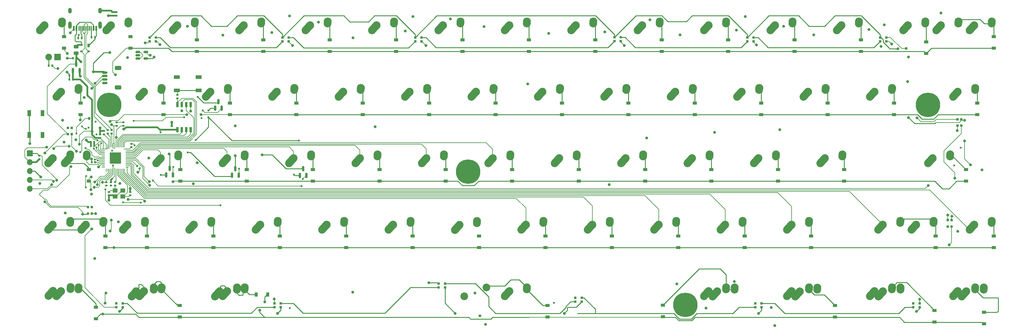
<source format=gbl>
%TF.GenerationSoftware,KiCad,Pcbnew,7.0.9-7.0.9~ubuntu22.04.1*%
%TF.CreationDate,2023-11-09T12:16:25-08:00*%
%TF.ProjectId,SST60,53535436-302e-46b6-9963-61645f706362,0.1*%
%TF.SameCoordinates,Original*%
%TF.FileFunction,Copper,L2,Bot*%
%TF.FilePolarity,Positive*%
%FSLAX46Y46*%
G04 Gerber Fmt 4.6, Leading zero omitted, Abs format (unit mm)*
G04 Created by KiCad (PCBNEW 7.0.9-7.0.9~ubuntu22.04.1) date 2023-11-09 12:16:25*
%MOMM*%
%LPD*%
G01*
G04 APERTURE LIST*
G04 Aperture macros list*
%AMRoundRect*
0 Rectangle with rounded corners*
0 $1 Rounding radius*
0 $2 $3 $4 $5 $6 $7 $8 $9 X,Y pos of 4 corners*
0 Add a 4 corners polygon primitive as box body*
4,1,4,$2,$3,$4,$5,$6,$7,$8,$9,$2,$3,0*
0 Add four circle primitives for the rounded corners*
1,1,$1+$1,$2,$3*
1,1,$1+$1,$4,$5*
1,1,$1+$1,$6,$7*
1,1,$1+$1,$8,$9*
0 Add four rect primitives between the rounded corners*
20,1,$1+$1,$2,$3,$4,$5,0*
20,1,$1+$1,$4,$5,$6,$7,0*
20,1,$1+$1,$6,$7,$8,$9,0*
20,1,$1+$1,$8,$9,$2,$3,0*%
%AMHorizOval*
0 Thick line with rounded ends*
0 $1 width*
0 $2 $3 position (X,Y) of the first rounded end (center of the circle)*
0 $4 $5 position (X,Y) of the second rounded end (center of the circle)*
0 Add line between two ends*
20,1,$1,$2,$3,$4,$5,0*
0 Add two circle primitives to create the rounded ends*
1,1,$1,$2,$3*
1,1,$1,$4,$5*%
G04 Aperture macros list end*
%TA.AperFunction,ComponentPad*%
%ADD10HorizOval,2.250000X0.655008X0.729993X-0.655008X-0.729993X0*%
%TD*%
%TA.AperFunction,ComponentPad*%
%ADD11C,2.250000*%
%TD*%
%TA.AperFunction,ComponentPad*%
%ADD12HorizOval,2.250000X0.020004X0.290000X-0.020004X-0.290000X0*%
%TD*%
%TA.AperFunction,ComponentPad*%
%ADD13HorizOval,2.250000X0.655001X0.730000X-0.655001X-0.730000X0*%
%TD*%
%TA.AperFunction,ComponentPad*%
%ADD14HorizOval,2.250000X0.020000X0.290000X-0.020000X-0.290000X0*%
%TD*%
%TA.AperFunction,ComponentPad*%
%ADD15C,2.200000*%
%TD*%
%TA.AperFunction,ComponentPad*%
%ADD16C,1.000000*%
%TD*%
%TA.AperFunction,ComponentPad*%
%ADD17C,7.001300*%
%TD*%
%TA.AperFunction,ComponentPad*%
%ADD18C,7.000240*%
%TD*%
%TA.AperFunction,ComponentPad*%
%ADD19C,1.905000*%
%TD*%
%TA.AperFunction,ComponentPad*%
%ADD20R,1.905000X1.905000*%
%TD*%
%TA.AperFunction,SMDPad,CuDef*%
%ADD21R,0.700000X1.000000*%
%TD*%
%TA.AperFunction,SMDPad,CuDef*%
%ADD22R,0.700000X0.600000*%
%TD*%
%TA.AperFunction,SMDPad,CuDef*%
%ADD23R,1.000000X1.700000*%
%TD*%
%TA.AperFunction,SMDPad,CuDef*%
%ADD24R,1.200000X0.900000*%
%TD*%
%TA.AperFunction,SMDPad,CuDef*%
%ADD25RoundRect,0.140000X-0.170000X0.140000X-0.170000X-0.140000X0.170000X-0.140000X0.170000X0.140000X0*%
%TD*%
%TA.AperFunction,SMDPad,CuDef*%
%ADD26RoundRect,0.175000X0.175000X0.175000X-0.175000X0.175000X-0.175000X-0.175000X0.175000X-0.175000X0*%
%TD*%
%TA.AperFunction,SMDPad,CuDef*%
%ADD27R,0.700000X0.700000*%
%TD*%
%TA.AperFunction,SMDPad,CuDef*%
%ADD28R,0.900000X1.200000*%
%TD*%
%TA.AperFunction,SMDPad,CuDef*%
%ADD29RoundRect,0.175000X-0.175000X-0.175000X0.175000X-0.175000X0.175000X0.175000X-0.175000X0.175000X0*%
%TD*%
%TA.AperFunction,SMDPad,CuDef*%
%ADD30RoundRect,0.140000X0.170000X-0.140000X0.170000X0.140000X-0.170000X0.140000X-0.170000X-0.140000X0*%
%TD*%
%TA.AperFunction,SMDPad,CuDef*%
%ADD31RoundRect,0.140000X0.140000X0.170000X-0.140000X0.170000X-0.140000X-0.170000X0.140000X-0.170000X0*%
%TD*%
%TA.AperFunction,SMDPad,CuDef*%
%ADD32RoundRect,0.150000X0.150000X-0.587500X0.150000X0.587500X-0.150000X0.587500X-0.150000X-0.587500X0*%
%TD*%
%TA.AperFunction,SMDPad,CuDef*%
%ADD33RoundRect,0.175000X-0.175000X0.175000X-0.175000X-0.175000X0.175000X-0.175000X0.175000X0.175000X0*%
%TD*%
%TA.AperFunction,SMDPad,CuDef*%
%ADD34RoundRect,0.135000X0.185000X-0.135000X0.185000X0.135000X-0.185000X0.135000X-0.185000X-0.135000X0*%
%TD*%
%TA.AperFunction,SMDPad,CuDef*%
%ADD35RoundRect,0.135000X0.135000X0.185000X-0.135000X0.185000X-0.135000X-0.185000X0.135000X-0.185000X0*%
%TD*%
%TA.AperFunction,SMDPad,CuDef*%
%ADD36R,0.600000X1.450000*%
%TD*%
%TA.AperFunction,SMDPad,CuDef*%
%ADD37R,0.300000X1.450000*%
%TD*%
%TA.AperFunction,ComponentPad*%
%ADD38O,1.000000X1.600000*%
%TD*%
%TA.AperFunction,ComponentPad*%
%ADD39O,1.000000X2.100000*%
%TD*%
%TA.AperFunction,SMDPad,CuDef*%
%ADD40RoundRect,0.050000X0.387500X0.050000X-0.387500X0.050000X-0.387500X-0.050000X0.387500X-0.050000X0*%
%TD*%
%TA.AperFunction,SMDPad,CuDef*%
%ADD41RoundRect,0.050000X0.050000X0.387500X-0.050000X0.387500X-0.050000X-0.387500X0.050000X-0.387500X0*%
%TD*%
%TA.AperFunction,ComponentPad*%
%ADD42C,0.600000*%
%TD*%
%TA.AperFunction,SMDPad,CuDef*%
%ADD43RoundRect,0.144000X1.456000X1.456000X-1.456000X1.456000X-1.456000X-1.456000X1.456000X-1.456000X0*%
%TD*%
%TA.AperFunction,ComponentPad*%
%ADD44R,1.700000X1.700000*%
%TD*%
%TA.AperFunction,ComponentPad*%
%ADD45O,1.700000X1.700000*%
%TD*%
%TA.AperFunction,SMDPad,CuDef*%
%ADD46RoundRect,0.135000X-0.185000X0.135000X-0.185000X-0.135000X0.185000X-0.135000X0.185000X0.135000X0*%
%TD*%
%TA.AperFunction,SMDPad,CuDef*%
%ADD47R,1.700000X1.000000*%
%TD*%
%TA.AperFunction,SMDPad,CuDef*%
%ADD48RoundRect,0.150000X-0.625000X0.150000X-0.625000X-0.150000X0.625000X-0.150000X0.625000X0.150000X0*%
%TD*%
%TA.AperFunction,SMDPad,CuDef*%
%ADD49RoundRect,0.250000X-0.650000X0.350000X-0.650000X-0.350000X0.650000X-0.350000X0.650000X0.350000X0*%
%TD*%
%TA.AperFunction,SMDPad,CuDef*%
%ADD50RoundRect,0.135000X-0.135000X-0.185000X0.135000X-0.185000X0.135000X0.185000X-0.135000X0.185000X0*%
%TD*%
%TA.AperFunction,SMDPad,CuDef*%
%ADD51RoundRect,0.175000X0.175000X-0.175000X0.175000X0.175000X-0.175000X0.175000X-0.175000X-0.175000X0*%
%TD*%
%TA.AperFunction,SMDPad,CuDef*%
%ADD52R,1.400000X1.200000*%
%TD*%
%TA.AperFunction,SMDPad,CuDef*%
%ADD53RoundRect,0.150000X-0.512500X-0.150000X0.512500X-0.150000X0.512500X0.150000X-0.512500X0.150000X0*%
%TD*%
%TA.AperFunction,SMDPad,CuDef*%
%ADD54RoundRect,0.150000X-0.150000X0.650000X-0.150000X-0.650000X0.150000X-0.650000X0.150000X0.650000X0*%
%TD*%
%TA.AperFunction,SMDPad,CuDef*%
%ADD55RoundRect,0.243750X-0.456250X0.243750X-0.456250X-0.243750X0.456250X-0.243750X0.456250X0.243750X0*%
%TD*%
%TA.AperFunction,SMDPad,CuDef*%
%ADD56RoundRect,0.140000X-0.219203X-0.021213X-0.021213X-0.219203X0.219203X0.021213X0.021213X0.219203X0*%
%TD*%
%TA.AperFunction,ViaPad*%
%ADD57C,0.800000*%
%TD*%
%TA.AperFunction,ViaPad*%
%ADD58C,0.600000*%
%TD*%
%TA.AperFunction,Conductor*%
%ADD59C,0.250000*%
%TD*%
%TA.AperFunction,Conductor*%
%ADD60C,0.200000*%
%TD*%
%TA.AperFunction,Conductor*%
%ADD61C,0.500000*%
%TD*%
G04 APERTURE END LIST*
D10*
%TO.P,1.25U,1,COL*%
%TO.N,col14*%
X302545008Y-122160007D03*
D11*
X303200000Y-121430000D03*
D12*
%TO.P,1.25U,2,ROW*%
%TO.N,Net-(D68-Pad2)*%
X308220004Y-120640000D03*
D11*
X308240000Y-120350000D03*
%TD*%
D10*
%TO.P,1.25U,1,COL*%
%TO.N,col12*%
X278645008Y-122160007D03*
D11*
X279300000Y-121430000D03*
D12*
%TO.P,1.25U,2,ROW*%
%TO.N,Net-(D62-Pad2)*%
X284320004Y-120640000D03*
D11*
X284340000Y-120350000D03*
%TD*%
D10*
%TO.P,1.25U,1,COL*%
%TO.N,col11*%
X254805008Y-122220007D03*
D11*
X255460000Y-121490000D03*
D12*
%TO.P,1.25U,2,ROW*%
%TO.N,Net-(D57-Pad2)*%
X260480004Y-120700000D03*
D11*
X260500000Y-120410000D03*
%TD*%
D10*
%TO.P,1.25U,1,COL*%
%TO.N,col10*%
X231085008Y-122160007D03*
D11*
X231740000Y-121430000D03*
D12*
%TO.P,1.25U,2,ROW*%
%TO.N,Net-(D52-Pad2)*%
X236760004Y-120640000D03*
D11*
%TO.P,1.25U,d52,ROW*%
X236780000Y-120350000D03*
%TD*%
D13*
%TO.P,Small Split,1,COL*%
%TO.N,col10*%
X228620001Y-122142500D03*
D11*
X229275000Y-121412500D03*
D14*
%TO.P,Small Split,2,ROW*%
%TO.N,Net-(D52-Pad2)*%
X234295000Y-120622500D03*
D11*
X234315000Y-120332500D03*
%TD*%
D13*
%TO.P,N,1,COL*%
%TO.N,col7*%
X176232501Y-103092500D03*
D11*
X176887500Y-102362500D03*
D14*
%TO.P,N,2,ROW*%
%TO.N,Net-(D37-Pad2)*%
X181907500Y-101572500D03*
D11*
X181927500Y-101282500D03*
%TD*%
D15*
%TO.P,REF\u002A\u002A,1*%
%TO.N,Net-(D38-Pad2)*%
X165530000Y-120350000D03*
%TO.P,REF\u002A\u002A,col*%
%TO.N,col7*%
X159180000Y-122890000D03*
%TD*%
D10*
%TO.P,1.25U,1,COL*%
%TO.N,col2*%
X88355008Y-122180007D03*
D11*
X89010000Y-121450000D03*
D12*
%TO.P,1.25U,2,ROW*%
%TO.N,Net-(D15-Pad2)*%
X94030004Y-120660000D03*
D11*
X94050000Y-120370000D03*
%TD*%
D10*
%TO.P,1.25U,1,COL*%
%TO.N,col1*%
X64435008Y-122180007D03*
D11*
%TO.P,1.25U,*%
X65090000Y-121450000D03*
D12*
%TO.P,1.25U,2,ROW*%
%TO.N,Net-(D10-Pad2)*%
X70110004Y-120660000D03*
D11*
X70130000Y-120370000D03*
%TD*%
D10*
%TO.P,1.25U,1,COL*%
%TO.N,col0*%
X40595008Y-122060007D03*
D11*
X41250000Y-121330000D03*
D12*
%TO.P,1.25U,2,ROW*%
%TO.N,Net-(D5-Pad2)*%
X46270004Y-120540000D03*
D11*
X46290000Y-120250000D03*
%TD*%
D13*
%TO.P,2,1,COL*%
%TO.N,N/C*%
X157165001Y-103110000D03*
D11*
X157820000Y-102380000D03*
D14*
%TO.P,2,2,ROW*%
X162840000Y-101590000D03*
D11*
X162860000Y-101300000D03*
%TD*%
D13*
%TO.P,2,1,COL*%
%TO.N,N/C*%
X57195001Y-45920000D03*
D11*
X57850000Y-45190000D03*
D14*
%TO.P,2,2,ROW*%
X62870000Y-44400000D03*
D11*
X62890000Y-44110000D03*
%TD*%
D13*
%TO.P,1.50u,1,COL*%
%TO.N,col0*%
X42882501Y-122142500D03*
D11*
X43537500Y-121412500D03*
D14*
%TO.P,1.50u,2,ROW*%
%TO.N,Net-(D5-Pad2)*%
X48557500Y-120622500D03*
D11*
X48577500Y-120332500D03*
%TD*%
D13*
%TO.P,T,1,COL*%
%TO.N,col5*%
X142895001Y-64992500D03*
D11*
X143550000Y-64262500D03*
D14*
%TO.P,T,2,ROW*%
%TO.N,Net-(D26-Pad2)*%
X148570000Y-63472500D03*
D11*
X148590000Y-63182500D03*
%TD*%
D13*
%TO.P,Tab,1,COL*%
%TO.N,col0*%
X42882501Y-64992500D03*
D11*
X43537500Y-64262500D03*
D14*
%TO.P,Tab,2,ROW*%
%TO.N,Net-(D2-Pad2)*%
X48557500Y-63472500D03*
D11*
X48577500Y-63182500D03*
%TD*%
D13*
%TO.P,[,1,COL*%
%TO.N,col11*%
X257195001Y-64992500D03*
D11*
X257850000Y-64262500D03*
D14*
%TO.P,[,2,ROW*%
%TO.N,Net-(D54-Pad2)*%
X262870000Y-63472500D03*
D11*
X262890000Y-63182500D03*
%TD*%
D13*
%TO.P,1.50u,1,COL*%
%TO.N,col11*%
X252432501Y-122142500D03*
D11*
X253087500Y-121412500D03*
D14*
%TO.P,1.50u,2,ROW*%
%TO.N,Net-(D57-Pad2)*%
X258107500Y-120622500D03*
D11*
X258127500Y-120332500D03*
%TD*%
D13*
%TO.P,R,1,COL*%
%TO.N,col4*%
X123845001Y-64992500D03*
D11*
X124500000Y-64262500D03*
D14*
%TO.P,R,2,ROW*%
%TO.N,Net-(D21-Pad2)*%
X129520000Y-63472500D03*
D11*
X129540000Y-63182500D03*
%TD*%
D13*
%TO.P,<,1,COL*%
%TO.N,col9*%
X214332501Y-103092500D03*
D11*
X214987500Y-102362500D03*
D14*
%TO.P,<,2,ROW*%
%TO.N,Net-(D46-Pad2)*%
X220007500Y-101572500D03*
D11*
X220027500Y-101282500D03*
%TD*%
D13*
%TO.P,Stepped,1,COL*%
%TO.N,col0*%
X40501251Y-84042500D03*
D11*
X41156250Y-83312500D03*
D14*
%TO.P,Stepped,2,ROW*%
%TO.N,Net-(D3-Pad2)*%
X46176250Y-82522500D03*
D11*
X46196250Y-82232500D03*
%TD*%
D13*
%TO.P,S,1,COL*%
%TO.N,col2*%
X90507501Y-84042500D03*
D11*
X91162500Y-83312500D03*
D14*
%TO.P,S,2,ROW*%
%TO.N,Net-(D14-Pad2)*%
X96182500Y-82522500D03*
D11*
X96202500Y-82232500D03*
%TD*%
D13*
%TO.P,H,1,COL*%
%TO.N,col6*%
X166707501Y-84042500D03*
D11*
X167362500Y-83312500D03*
D14*
%TO.P,H,2,ROW*%
%TO.N,Net-(D32-Pad2)*%
X172382500Y-82522500D03*
D11*
X172402500Y-82232500D03*
%TD*%
D13*
%TO.P,D,1,COL*%
%TO.N,col3*%
X109557501Y-84042500D03*
D11*
X110212500Y-83312500D03*
D14*
%TO.P,D,2,ROW*%
%TO.N,Net-(D18-Pad2)*%
X115232500Y-82522500D03*
D11*
X115252500Y-82232500D03*
%TD*%
D13*
%TO.P,J,1,COL*%
%TO.N,col7*%
X185757501Y-84042500D03*
D11*
X186412500Y-83312500D03*
D14*
%TO.P,J,2,ROW*%
%TO.N,Net-(D36-Pad2)*%
X191432500Y-82522500D03*
D11*
X191452500Y-82232500D03*
%TD*%
D13*
%TO.P,Z,1,COL*%
%TO.N,col2*%
X80982501Y-103092500D03*
D11*
X81637500Y-102362500D03*
D14*
%TO.P,Z,2,ROW*%
%TO.N,Net-(D11-Pad2)*%
X86657500Y-101572500D03*
D11*
X86677500Y-101282500D03*
%TD*%
D13*
%TO.P,Split,1,COL*%
%TO.N,col14*%
X304820001Y-103092500D03*
D11*
X305475000Y-102362500D03*
D14*
%TO.P,Split,2,ROW*%
%TO.N,Net-(D67-Pad2)*%
X310495000Y-101572500D03*
D11*
X310515000Y-101282500D03*
%TD*%
D13*
%TO.P,W,1,COL*%
%TO.N,col2*%
X85745001Y-64992500D03*
D11*
X86400000Y-64262500D03*
D14*
%TO.P,W,2,ROW*%
%TO.N,Net-(D13-Pad2)*%
X91420000Y-63472500D03*
D11*
X91440000Y-63182500D03*
%TD*%
D13*
%TO.P,-,1,COL*%
%TO.N,col11*%
X247670001Y-45942500D03*
D11*
X248325000Y-45212500D03*
D14*
%TO.P,-,2,ROW*%
%TO.N,Net-(D53-Pad2)*%
X253345000Y-44422500D03*
D11*
X253365000Y-44132500D03*
%TD*%
D13*
%TO.P,Split,1,COL*%
%TO.N,col12*%
X278626251Y-103092500D03*
D11*
X279281250Y-102362500D03*
D14*
%TO.P,Split,2,ROW*%
%TO.N,Net-(D61-Pad2)*%
X284301250Y-101572500D03*
D11*
X284321250Y-101282500D03*
%TD*%
D13*
%TO.P,V,1,COL*%
%TO.N,col5*%
X138132501Y-103092500D03*
D11*
X138787500Y-102362500D03*
D14*
%TO.P,V,2,ROW*%
%TO.N,Net-(D28-Pad2)*%
X143807500Y-101572500D03*
D11*
X143827500Y-101282500D03*
%TD*%
%TO.P,X,2,ROW*%
%TO.N,Net-(D19-Pad2)*%
X105727500Y-101282500D03*
D14*
X105707500Y-101572500D03*
D11*
%TO.P,X,1,COL*%
%TO.N,col3*%
X100687500Y-102362500D03*
D13*
X100032501Y-103092500D03*
%TD*%
%TO.P,1u,1,COL*%
%TO.N,col12*%
X276245001Y-122142500D03*
D11*
X276900000Y-121412500D03*
D14*
%TO.P,1u,2,ROW*%
%TO.N,Net-(D62-Pad2)*%
X281920000Y-120622500D03*
D11*
X281940000Y-120332500D03*
%TD*%
D13*
%TO.P,5,1,COL*%
%TO.N,col5*%
X133370001Y-45942500D03*
D11*
X134025000Y-45212500D03*
D14*
%TO.P,5,2,ROW*%
%TO.N,Net-(D25-Pad2)*%
X139045000Y-44422500D03*
D11*
X139065000Y-44132500D03*
%TD*%
D16*
%TO.P,H1,1,1*%
%TO.N,GND*%
X55036250Y-68031250D03*
X55709904Y-66404904D03*
X55709904Y-69657596D03*
X57336250Y-65731250D03*
D17*
X57336250Y-68031250D03*
D16*
X57336250Y-70331250D03*
X58962596Y-66404904D03*
X58962596Y-69657596D03*
X59636250Y-68031250D03*
%TO.N,N/C*%
X292186250Y-65731250D03*
X292186250Y-70331250D03*
D18*
%TO.P,H1,2*%
X160336250Y-87131250D03*
%TO.P,H1,3*%
X222636250Y-125331250D03*
D16*
X293635250Y-70413250D03*
%TO.P,H1,4*%
X290714250Y-70413250D03*
D18*
X292186250Y-68031250D03*
D16*
%TO.P,H1,5*%
X290841250Y-65714250D03*
%TO.P,H1,6*%
X293635250Y-65714250D03*
%TD*%
D13*
%TO.P,G,1,COL*%
%TO.N,col5*%
X147657501Y-84042500D03*
D11*
X148312500Y-83312500D03*
D14*
%TO.P,G,2,ROW*%
%TO.N,Net-(D27-Pad2)*%
X153332500Y-82522500D03*
D11*
X153352500Y-82232500D03*
%TD*%
D13*
%TO.P,:,1,COL*%
%TO.N,col10*%
X242907501Y-84042500D03*
D11*
X243562500Y-83312500D03*
D14*
%TO.P,:,2,ROW*%
%TO.N,Net-(D50-Pad2)*%
X248582500Y-82522500D03*
D11*
X248602500Y-82232500D03*
%TD*%
D13*
%TO.P,8,1,COL*%
%TO.N,col8*%
X190520001Y-45942500D03*
D11*
X191175000Y-45212500D03*
D14*
%TO.P,8,2,ROW*%
%TO.N,Net-(D39-Pad2)*%
X196195000Y-44422500D03*
D11*
X196215000Y-44132500D03*
%TD*%
D13*
%TO.P,P,1,COL*%
%TO.N,col10*%
X238145001Y-64992500D03*
D11*
X238800000Y-64262500D03*
D14*
%TO.P,P,2,ROW*%
%TO.N,Net-(D49-Pad2)*%
X243820000Y-63472500D03*
D11*
X243840000Y-63182500D03*
%TD*%
D13*
%TO.P,Q,1,COL*%
%TO.N,col1*%
X66695001Y-64992500D03*
D11*
X67350000Y-64262500D03*
D14*
%TO.P,Q,2,ROW*%
%TO.N,Net-(D7-Pad2)*%
X72370000Y-63472500D03*
D11*
X72390000Y-63182500D03*
%TD*%
D13*
%TO.P,Y,1,COL*%
%TO.N,col6*%
X161945001Y-64992500D03*
D11*
X162600000Y-64262500D03*
D14*
%TO.P,Y,2,ROW*%
%TO.N,Net-(D31-Pad2)*%
X167620000Y-63472500D03*
D11*
X167640000Y-63182500D03*
%TD*%
D13*
%TO.P,],1,COL*%
%TO.N,col12*%
X276245001Y-64992500D03*
D11*
X276900000Y-64262500D03*
D14*
%TO.P,],2,ROW*%
%TO.N,Net-(D59-Pad2)*%
X281920000Y-63472500D03*
D11*
X281940000Y-63182500D03*
%TD*%
D13*
%TO.P,1u/7u/10u,1,COL*%
%TO.N,col7*%
X171470001Y-122142500D03*
D11*
X172125000Y-121412500D03*
D14*
%TO.P,1u/7u/10u,2,ROW*%
%TO.N,Net-(D38-Pad2)*%
X177145000Y-120622500D03*
D11*
X177165000Y-120332500D03*
%TD*%
D13*
%TO.P,9,1,COL*%
%TO.N,col9*%
X209570001Y-45942500D03*
D11*
X210225000Y-45212500D03*
D14*
%TO.P,9,2,ROW*%
%TO.N,Net-(D43-Pad2)*%
X215245000Y-44422500D03*
D11*
X215265000Y-44132500D03*
%TD*%
D13*
%TO.P,ISO,1,COL*%
%TO.N,col1*%
X61932501Y-103092500D03*
D11*
X62587500Y-102362500D03*
D14*
%TO.P,ISO,2,ROW*%
%TO.N,Net-(D9-Pad2)*%
X67607500Y-101572500D03*
D11*
X67627500Y-101282500D03*
%TD*%
D13*
%TO.P,>,1,COL*%
%TO.N,col10*%
X233382501Y-103092500D03*
D11*
X234037500Y-102362500D03*
D14*
%TO.P,>,2,ROW*%
%TO.N,Net-(D51-Pad2)*%
X239057500Y-101572500D03*
D11*
X239077500Y-101282500D03*
%TD*%
D13*
%TO.P,Full,1,COL*%
%TO.N,col12*%
X288151251Y-103092500D03*
D11*
X288806250Y-102362500D03*
D14*
%TO.P,Full,2,ROW*%
%TO.N,Net-(D61-Pad2)*%
X293826250Y-101572500D03*
D11*
X293846250Y-101282500D03*
%TD*%
D13*
%TO.P,C,1,COL*%
%TO.N,col4*%
X119082501Y-103092500D03*
D11*
X119737500Y-102362500D03*
D14*
%TO.P,C,2,ROW*%
%TO.N,Net-(D23-Pad2)*%
X124757500Y-101572500D03*
D11*
X124777500Y-101282500D03*
%TD*%
D13*
%TO.P,E,1,COL*%
%TO.N,col3*%
X104795001Y-64992500D03*
D11*
X105450000Y-64262500D03*
D14*
%TO.P,E,2,ROW*%
%TO.N,Net-(D17-Pad2)*%
X110470000Y-63472500D03*
D11*
X110490000Y-63182500D03*
%TD*%
D13*
%TO.P,ANSI,1,COL*%
%TO.N,col13*%
X292913751Y-84042500D03*
D11*
X293568750Y-83312500D03*
D14*
%TO.P,ANSI,2,ROW*%
%TO.N,Net-(D64-Pad2)*%
X298588750Y-82522500D03*
D11*
X298608750Y-82232500D03*
%TD*%
D13*
%TO.P,A,1,COL*%
%TO.N,col1*%
X71457501Y-84042500D03*
D11*
X72112500Y-83312500D03*
D14*
%TO.P,A,2,ROW*%
%TO.N,Net-(D8-Pad2)*%
X77132500Y-82522500D03*
D11*
X77152500Y-82232500D03*
%TD*%
D13*
%TO.P,Split,1,COL*%
%TO.N,col14*%
X304820001Y-45942500D03*
D11*
X305475000Y-45212500D03*
D14*
%TO.P,Split,2,ROW*%
%TO.N,Net-(D65-Pad2)*%
X310495000Y-44422500D03*
D11*
X310515000Y-44132500D03*
%TD*%
D13*
%TO.P,0,1,COL*%
%TO.N,col10*%
X228620001Y-45942500D03*
D11*
X229275000Y-45212500D03*
D14*
%TO.P,0,2,ROW*%
%TO.N,Net-(D48-Pad2)*%
X234295000Y-44422500D03*
D11*
X234315000Y-44132500D03*
%TD*%
D13*
%TO.P,L,1,COL*%
%TO.N,col9*%
X223857501Y-84042500D03*
D11*
X224512500Y-83312500D03*
D14*
%TO.P,L,2,ROW*%
%TO.N,Net-(D45-Pad2)*%
X229532500Y-82522500D03*
D11*
X229552500Y-82232500D03*
%TD*%
D13*
%TO.P,I,1,COL*%
%TO.N,col8*%
X200045001Y-64992500D03*
D11*
X200700000Y-64262500D03*
D14*
%TO.P,I,2,ROW*%
%TO.N,Net-(D40-Pad2)*%
X205720000Y-63472500D03*
D11*
X205740000Y-63182500D03*
%TD*%
D13*
%TO.P,M,1,COL*%
%TO.N,col8*%
X195282501Y-103092500D03*
D11*
X195937500Y-102362500D03*
D14*
%TO.P,M,2,ROW*%
%TO.N,Net-(D42-Pad2)*%
X200957500Y-101572500D03*
D11*
X200977500Y-101282500D03*
%TD*%
D13*
%TO.P,Full,1,COL*%
%TO.N,col14*%
X295295001Y-45942500D03*
D11*
X295950000Y-45212500D03*
D14*
%TO.P,Full,2,ROW*%
%TO.N,Net-(D65-Pad2)*%
X300970000Y-44422500D03*
D11*
X300990000Y-44132500D03*
%TD*%
D13*
%TO.P,?,1,COL*%
%TO.N,col11*%
X252432501Y-103092500D03*
D11*
X253087500Y-102362500D03*
D14*
%TO.P,?,2,ROW*%
%TO.N,Net-(D56-Pad2)*%
X258107500Y-101572500D03*
D11*
X258127500Y-101282500D03*
%TD*%
D13*
%TO.P,F,1,COL*%
%TO.N,col4*%
X128607501Y-84042500D03*
D11*
X129262500Y-83312500D03*
D14*
%TO.P,F,2,ROW*%
%TO.N,Net-(D22-Pad2)*%
X134282500Y-82522500D03*
D11*
X134302500Y-82232500D03*
%TD*%
D13*
%TO.P,1u,1,COL*%
%TO.N,col1*%
X66695001Y-122142500D03*
D11*
X67350000Y-121412500D03*
D14*
%TO.P,1u,2,ROW*%
%TO.N,Net-(D10-Pad2)*%
X72370000Y-120622500D03*
D11*
X72390000Y-120332500D03*
%TD*%
D13*
%TO.P,3,1,COL*%
%TO.N,col3*%
X95270001Y-45942500D03*
D11*
X95925000Y-45212500D03*
D14*
%TO.P,3,2,ROW*%
%TO.N,Net-(D16-Pad2)*%
X100945000Y-44422500D03*
D11*
X100965000Y-44132500D03*
%TD*%
D13*
%TO.P,6,1,COL*%
%TO.N,col6*%
X152420001Y-45942500D03*
D11*
X153075000Y-45212500D03*
D14*
%TO.P,6,2,ROW*%
%TO.N,Net-(D30-Pad2)*%
X158095000Y-44422500D03*
D11*
X158115000Y-44132500D03*
%TD*%
D13*
%TO.P,",1,COL*%
%TO.N,col11*%
X261957501Y-84042500D03*
D11*
X262612500Y-83312500D03*
D14*
%TO.P,",2,ROW*%
%TO.N,Net-(D55-Pad2)*%
X267632500Y-82522500D03*
D11*
X267652500Y-82232500D03*
%TD*%
D13*
%TO.P,Esc,1,COL*%
%TO.N,col0*%
X38120001Y-45942500D03*
D11*
X38775000Y-45212500D03*
D14*
%TO.P,Esc,2,ROW*%
%TO.N,Net-(D1-Pad2)*%
X43795000Y-44422500D03*
D11*
X43815000Y-44132500D03*
D19*
%TO.P,Esc,3,LED*%
%TO.N,Net-(MX3-Pad3)*%
X40005000Y-54292500D03*
D20*
%TO.P,Esc,4,LEDGND*%
%TO.N,GND*%
X42545000Y-54292500D03*
%TD*%
D13*
%TO.P,1.50u,1,COL*%
%TO.N,col2*%
X90507501Y-122142500D03*
D11*
X91162500Y-121412500D03*
D14*
%TO.P,1.50u,2,ROW*%
%TO.N,Net-(D15-Pad2)*%
X96182500Y-120622500D03*
D11*
X96202500Y-120332500D03*
%TD*%
D13*
%TO.P,=,1,COL*%
%TO.N,col12*%
X266720001Y-45942500D03*
D11*
X267375000Y-45212500D03*
D14*
%TO.P,=,2,ROW*%
%TO.N,Net-(D58-Pad2)*%
X272395000Y-44422500D03*
D11*
X272415000Y-44132500D03*
%TD*%
D13*
%TO.P,Split,1,COL*%
%TO.N,col13*%
X285770001Y-45942500D03*
D11*
X286425000Y-45212500D03*
D14*
%TO.P,Split,2,ROW*%
%TO.N,Net-(D63-Pad2)*%
X291445000Y-44422500D03*
D11*
X291465000Y-44132500D03*
%TD*%
D13*
%TO.P,K,1,COL*%
%TO.N,col8*%
X204807501Y-84042500D03*
D11*
X205462500Y-83312500D03*
D14*
%TO.P,K,2,ROW*%
%TO.N,Net-(D41-Pad2)*%
X210482500Y-82522500D03*
D11*
X210502500Y-82232500D03*
%TD*%
D13*
%TO.P,ISO,1,COL*%
%TO.N,col0*%
X40501251Y-103092500D03*
D11*
X41156250Y-102362500D03*
D14*
%TO.P,ISO,2,ROW*%
%TO.N,Net-(D4-Pad2)*%
X46176250Y-101572500D03*
D11*
X46196250Y-101282500D03*
%TD*%
D13*
%TO.P,2,1,COL*%
%TO.N,col2*%
X76220001Y-45942500D03*
D11*
X76875000Y-45212500D03*
D14*
%TO.P,2,2,ROW*%
%TO.N,Net-(D12-Pad2)*%
X81895000Y-44422500D03*
D11*
X81915000Y-44132500D03*
%TD*%
D13*
%TO.P,ANSI,1,COL*%
%TO.N,col14*%
X300057501Y-64992500D03*
D11*
X300712500Y-64262500D03*
D14*
%TO.P,ANSI,2,ROW*%
%TO.N,Net-(D66-Pad2)*%
X305732500Y-63472500D03*
D11*
X305752500Y-63182500D03*
%TD*%
D10*
%TO.P,Full,1,ROW*%
%TO.N,Net-(D3-Pad2)*%
X45263758Y-84042507D03*
D11*
X45918750Y-83312500D03*
D12*
%TO.P,Full,2,COL*%
%TO.N,col0*%
X50938754Y-82522500D03*
D11*
X50958750Y-82232500D03*
%TD*%
D13*
%TO.P,7,1,COL*%
%TO.N,col7*%
X171470001Y-45942500D03*
D11*
X172125000Y-45212500D03*
D14*
%TO.P,7,2,ROW*%
%TO.N,Net-(D34-Pad2)*%
X177145000Y-44422500D03*
D11*
X177165000Y-44132500D03*
%TD*%
D13*
%TO.P,O,1,COL*%
%TO.N,col9*%
X219095001Y-64992500D03*
D11*
X219750000Y-64262500D03*
D14*
%TO.P,O,2,ROW*%
%TO.N,Net-(D44-Pad2)*%
X224770000Y-63472500D03*
D11*
X224790000Y-63182500D03*
%TD*%
D13*
%TO.P,1.50u,1,COL*%
%TO.N,col14*%
X300057501Y-122142500D03*
D11*
X300712500Y-121412500D03*
D14*
%TO.P,1.50u,2,ROW*%
%TO.N,Net-(D68-Pad2)*%
X305732500Y-120622500D03*
D11*
X305752500Y-120332500D03*
%TD*%
D13*
%TO.P,ANSI,1,COL*%
%TO.N,col0*%
X50026251Y-103092500D03*
D11*
X50681250Y-102362500D03*
D14*
%TO.P,ANSI,2,ROW*%
%TO.N,Net-(D4-Pad2)*%
X55701250Y-101572500D03*
D11*
X55721250Y-101282500D03*
%TD*%
D13*
%TO.P,MX42,1,COL*%
%TO.N,col7*%
X171470001Y-122142500D03*
D11*
X172125000Y-121412500D03*
D14*
%TO.P,MX42,2,ROW*%
%TO.N,Net-(D38-Pad2)*%
X177145000Y-120622500D03*
D11*
X177165000Y-120332500D03*
%TD*%
D13*
%TO.P,4,1,COL*%
%TO.N,col4*%
X114320001Y-45942500D03*
D11*
X114975000Y-45212500D03*
D14*
%TO.P,4,2,ROW*%
%TO.N,Net-(D20-Pad2)*%
X119995000Y-44422500D03*
D11*
X120015000Y-44132500D03*
%TD*%
D13*
%TO.P,U,1,COL*%
%TO.N,col7*%
X180995001Y-64992500D03*
D11*
X181650000Y-64262500D03*
D14*
%TO.P,U,2,ROW*%
%TO.N,Net-(D35-Pad2)*%
X186670000Y-63472500D03*
D11*
X186690000Y-63182500D03*
%TD*%
D21*
%TO.P,U4,1,GND*%
%TO.N,GND*%
X51425000Y-51025000D03*
D22*
%TO.P,U4,2,IO1*%
%TO.N,D+*%
X51425000Y-52725000D03*
%TO.P,U4,3,IO2*%
%TO.N,D-*%
X49425000Y-52725000D03*
%TO.P,U4,4,VCC*%
%TO.N,VCC*%
X49425000Y-50825000D03*
%TD*%
D23*
%TO.P,SW2,1,1*%
%TO.N,RESET*%
X34430000Y-70350000D03*
X34430000Y-76650000D03*
%TO.P,SW2,2,2*%
%TO.N,GND*%
X38230000Y-70350000D03*
X38230000Y-76650000D03*
%TD*%
D24*
%TO.P,D19,1,K*%
%TO.N,row3*%
X106275000Y-108900000D03*
%TO.P,D19,2,A*%
%TO.N,Net-(D19-Pad2)*%
X106275000Y-105600000D03*
%TD*%
D25*
%TO.P,C_3V-Decoup8,1*%
%TO.N,+3V3*%
X57900000Y-90170000D03*
%TO.P,C_3V-Decoup8,2*%
%TO.N,GND*%
X57900000Y-91130000D03*
%TD*%
D24*
%TO.P,D46,1,K*%
%TO.N,row3*%
X220575000Y-108900000D03*
%TO.P,D46,2,A*%
%TO.N,Net-(D46-Pad2)*%
X220575000Y-105600000D03*
%TD*%
D26*
%TO.P,D74,1,DOUT*%
%TO.N,Net-(D72-Pad3)*%
X104735000Y-125975000D03*
D27*
%TO.P,D74,2,VSS*%
%TO.N,GND*%
X104735000Y-124875000D03*
%TO.P,D74,3,DIN*%
%TO.N,Net-(D74-Pad3)*%
X106565000Y-124875000D03*
%TO.P,D74,4,VDD*%
%TO.N,+5V*%
X106565000Y-125975000D03*
%TD*%
D28*
%TO.P,D15,1,K*%
%TO.N,row4*%
X102810000Y-122330000D03*
%TO.P,D15,2,A*%
%TO.N,Net-(D15-Pad2)*%
X99510000Y-122330000D03*
%TD*%
D29*
%TO.P,D71,1,DOUT*%
%TO.N,Net-(D71-Pad1)*%
X70765000Y-48675000D03*
D27*
%TO.P,D71,2,VSS*%
%TO.N,GND*%
X70765000Y-49775000D03*
%TO.P,D71,3,DIN*%
%TO.N,RGB*%
X68935000Y-49775000D03*
%TO.P,D71,4,VDD*%
%TO.N,+5V*%
X68935000Y-48675000D03*
%TD*%
D24*
%TO.P,D63,1,K*%
%TO.N,row0*%
X291725000Y-53300000D03*
%TO.P,D63,2,A*%
%TO.N,Net-(D63-Pad2)*%
X291725000Y-50000000D03*
%TD*%
%TO.P,D35,1,K*%
%TO.N,row1*%
X187250000Y-70800000D03*
%TO.P,D35,2,A*%
%TO.N,Net-(D35-Pad2)*%
X187250000Y-67500000D03*
%TD*%
D30*
%TO.P,C_1V-Decoup2,1*%
%TO.N,+1V1*%
X61430000Y-73990000D03*
%TO.P,C_1V-Decoup2,2*%
%TO.N,GND*%
X61430000Y-73030000D03*
%TD*%
D24*
%TO.P,D26,1,K*%
%TO.N,row1*%
X149150000Y-70800000D03*
%TO.P,D26,2,A*%
%TO.N,Net-(D26-Pad2)*%
X149150000Y-67500000D03*
%TD*%
D31*
%TO.P,C_LDO2,1*%
%TO.N,+3V3*%
X46930000Y-59650000D03*
%TO.P,C_LDO2,2*%
%TO.N,GND*%
X45970000Y-59650000D03*
%TD*%
D24*
%TO.P,D54,1,K*%
%TO.N,row1*%
X263450000Y-70800000D03*
%TO.P,D54,2,A*%
%TO.N,Net-(D54-Pad2)*%
X263450000Y-67500000D03*
%TD*%
D30*
%TO.P,C_3V-Decoup2,1*%
%TO.N,+3V3*%
X54700000Y-77455000D03*
%TO.P,C_3V-Decoup2,2*%
%TO.N,GND*%
X54700000Y-76495000D03*
%TD*%
D24*
%TO.P,D34,1,K*%
%TO.N,row0*%
X177725000Y-52700000D03*
%TO.P,D34,2,A*%
%TO.N,Net-(D34-Pad2)*%
X177725000Y-49400000D03*
%TD*%
%TO.P,D50,1,K*%
%TO.N,row2*%
X249175000Y-89875000D03*
%TO.P,D50,2,A*%
%TO.N,Net-(D50-Pad2)*%
X249175000Y-86575000D03*
%TD*%
D30*
%TO.P,C_Flash1,1*%
%TO.N,+3V3*%
X75300000Y-75105000D03*
%TO.P,C_Flash1,2*%
%TO.N,GND*%
X75300000Y-74145000D03*
%TD*%
D32*
%TO.P,A,A*%
%TO.N,A*%
X75640000Y-88097500D03*
%TO.P,A,GND*%
%TO.N,GND*%
X74690000Y-86222500D03*
%TO.P,A,VDD*%
%TO.N,+3V3*%
X73740000Y-88097500D03*
%TD*%
D33*
%TO.P,D84,1,DOUT*%
%TO.N,Net-(D82-Pad3)*%
X299000000Y-102890000D03*
D27*
%TO.P,D84,2,VSS*%
%TO.N,GND*%
X297900000Y-102890000D03*
%TO.P,D84,3,DIN*%
%TO.N,Net-(D83-Pad1)*%
X297900000Y-101060000D03*
%TO.P,D84,4,VDD*%
%TO.N,+5V*%
X299000000Y-101060000D03*
%TD*%
D30*
%TO.P,C_3V-Decoup6,1*%
%TO.N,+3V3*%
X63750000Y-80155000D03*
%TO.P,C_3V-Decoup6,2*%
%TO.N,GND*%
X63750000Y-79195000D03*
%TD*%
D24*
%TO.P,D48,1,K*%
%TO.N,row0*%
X234875000Y-52700000D03*
%TO.P,D48,2,A*%
%TO.N,Net-(D48-Pad2)*%
X234875000Y-49400000D03*
%TD*%
%TO.P,D22,1,K*%
%TO.N,row2*%
X134875000Y-89850000D03*
%TO.P,D22,2,A*%
%TO.N,Net-(D22-Pad2)*%
X134875000Y-86550000D03*
%TD*%
D30*
%TO.P,C_Crystal2,1*%
%TO.N,GND*%
X57300000Y-93905000D03*
%TO.P,C_Crystal2,2*%
%TO.N,Net-(C_Crystal2-Pad2)*%
X57300000Y-92945000D03*
%TD*%
D24*
%TO.P,D40,1,K*%
%TO.N,row1*%
X206300000Y-70800000D03*
%TO.P,D40,2,A*%
%TO.N,Net-(D40-Pad2)*%
X206300000Y-67500000D03*
%TD*%
D34*
%TO.P,R_Crystal1,1*%
%TO.N,Net-(C_Crystal2-Pad2)*%
X59075000Y-91135000D03*
%TO.P,R_Crystal1,2*%
%TO.N,XTAL_OUT*%
X59075000Y-90115000D03*
%TD*%
D24*
%TO.P,D14,1,K*%
%TO.N,row2*%
X96775000Y-89850000D03*
%TO.P,D14,2,A*%
%TO.N,Net-(D14-Pad2)*%
X96775000Y-86550000D03*
%TD*%
D35*
%TO.P,R_LED1,1*%
%TO.N,ESCLED*%
X41040000Y-56770000D03*
%TO.P,R_LED1,2*%
%TO.N,Net-(MX3-Pad3)*%
X40020000Y-56770000D03*
%TD*%
D32*
%TO.P,W,GND*%
%TO.N,GND*%
X88690000Y-67082500D03*
%TO.P,W,VDD*%
%TO.N,+3V3*%
X87740000Y-68957500D03*
%TO.P,W,W*%
%TO.N,W*%
X89640000Y-68957500D03*
%TD*%
D26*
%TO.P,D78,1,DOUT*%
%TO.N,Net-(D76-Pad3)*%
X191060000Y-124370000D03*
D27*
%TO.P,D78,2,VSS*%
%TO.N,GND*%
X191060000Y-123270000D03*
%TO.P,D78,3,DIN*%
%TO.N,Net-(D78-Pad3)*%
X192890000Y-123270000D03*
%TO.P,D78,4,VDD*%
%TO.N,+5V*%
X192890000Y-124370000D03*
%TD*%
D24*
%TO.P,D10,1,K*%
%TO.N,row4*%
X77560000Y-128780000D03*
%TO.P,D10,2,A*%
%TO.N,Net-(D10-Pad2)*%
X77560000Y-125480000D03*
%TD*%
D29*
%TO.P,D77,1,DOUT*%
%TO.N,Net-(D77-Pad1)*%
X204115000Y-48650000D03*
D27*
%TO.P,D77,2,VSS*%
%TO.N,GND*%
X204115000Y-49750000D03*
%TO.P,D77,3,DIN*%
%TO.N,Net-(D75-Pad1)*%
X202285000Y-49750000D03*
%TO.P,D77,4,VDD*%
%TO.N,+5V*%
X202285000Y-48650000D03*
%TD*%
D24*
%TO.P,D61,1,K*%
%TO.N,row3*%
X294400000Y-108900000D03*
%TO.P,D61,2,A*%
%TO.N,Net-(D61-Pad2)*%
X294400000Y-105600000D03*
%TD*%
D36*
%TO.P,USB1,1,GND*%
%TO.N,GND*%
X47225000Y-46082500D03*
%TO.P,USB1,2,VBUS*%
%TO.N,VCC*%
X48000000Y-46082500D03*
D37*
%TO.P,USB1,3,SBU2*%
%TO.N,unconnected-(USB1-Pad3)*%
X48700000Y-46082500D03*
%TO.P,USB1,4,CC1*%
%TO.N,Net-(R_USB1-Pad1)*%
X49200000Y-46082500D03*
%TO.P,USB1,5,DN2*%
%TO.N,D-*%
X49700000Y-46082500D03*
%TO.P,USB1,6,DP1*%
%TO.N,D+*%
X50200000Y-46082500D03*
%TO.P,USB1,7,DN1*%
%TO.N,D-*%
X50700000Y-46082500D03*
%TO.P,USB1,8,DP2*%
%TO.N,D+*%
X51200000Y-46082500D03*
%TO.P,USB1,9,SBU1*%
%TO.N,unconnected-(USB1-Pad9)*%
X51700000Y-46082500D03*
%TO.P,USB1,10,CC2*%
%TO.N,Net-(R_USB2-Pad1)*%
X52200000Y-46082500D03*
D36*
%TO.P,USB1,11,VBUS*%
%TO.N,VCC*%
X52900000Y-46082500D03*
%TO.P,USB1,12,GND*%
%TO.N,GND*%
X53675000Y-46082500D03*
D38*
%TO.P,USB1,13,SHIELD*%
%TO.N,GNDREF*%
X46130000Y-40987500D03*
D39*
X46130000Y-45167500D03*
D38*
X54770000Y-40987500D03*
D39*
X54770000Y-45167500D03*
%TD*%
D24*
%TO.P,D9,1,K*%
%TO.N,row3*%
X68200000Y-108900000D03*
%TO.P,D9,2,A*%
%TO.N,Net-(D9-Pad2)*%
X68200000Y-105600000D03*
%TD*%
%TO.P,D37,1,K*%
%TO.N,row3*%
X182500000Y-108900000D03*
%TO.P,D37,2,A*%
%TO.N,Net-(D37-Pad2)*%
X182500000Y-105600000D03*
%TD*%
D30*
%TO.P,C_1V-Decoup1,1*%
%TO.N,+1V1*%
X55850000Y-76455000D03*
%TO.P,C_1V-Decoup1,2*%
%TO.N,GND*%
X55850000Y-75495000D03*
%TD*%
D40*
%TO.P,U1,1,IOVDD*%
%TO.N,+3V3*%
X62537500Y-80650000D03*
%TO.P,U1,2,GPIO0*%
%TO.N,col6*%
X62537500Y-81050000D03*
%TO.P,U1,3,GPIO1*%
%TO.N,col5*%
X62537500Y-81450000D03*
%TO.P,U1,4,GPIO2*%
%TO.N,col4*%
X62537500Y-81850000D03*
%TO.P,U1,5,GPIO3*%
%TO.N,col3*%
X62537500Y-82250000D03*
%TO.P,U1,6,GPIO4*%
%TO.N,col2*%
X62537500Y-82650000D03*
%TO.P,U1,7,GPIO5*%
%TO.N,col1*%
X62537500Y-83050000D03*
%TO.P,U1,8,GPIO6*%
%TO.N,row3*%
X62537500Y-83450000D03*
%TO.P,U1,9,GPIO7*%
%TO.N,row4*%
X62537500Y-83850000D03*
%TO.P,U1,10,IOVDD*%
%TO.N,+3V3*%
X62537500Y-84250000D03*
%TO.P,U1,11,GPIO8*%
%TO.N,col13*%
X62537500Y-84650000D03*
%TO.P,U1,12,GPIO9*%
%TO.N,col14*%
X62537500Y-85050000D03*
%TO.P,U1,13,GPIO10*%
%TO.N,col12*%
X62537500Y-85450000D03*
%TO.P,U1,14,GPIO11*%
%TO.N,col11*%
X62537500Y-85850000D03*
D41*
%TO.P,U1,15,GPIO12*%
%TO.N,col10*%
X61700000Y-86687500D03*
%TO.P,U1,16,GPIO13*%
%TO.N,col9*%
X61300000Y-86687500D03*
%TO.P,U1,17,GPIO14*%
%TO.N,col8*%
X60900000Y-86687500D03*
%TO.P,U1,18,GPIO15*%
%TO.N,col7*%
X60500000Y-86687500D03*
%TO.P,U1,19,TESTEN*%
%TO.N,GND*%
X60100000Y-86687500D03*
%TO.P,U1,20,XTAL_IN*%
%TO.N,XTAL_IN*%
X59700000Y-86687500D03*
%TO.P,U1,21,XTAL_OUT*%
%TO.N,XTAL_OUT*%
X59300000Y-86687500D03*
%TO.P,U1,22,IOVDD*%
%TO.N,+3V3*%
X58900000Y-86687500D03*
%TO.P,U1,23,DVDD*%
%TO.N,+1V1*%
X58500000Y-86687500D03*
%TO.P,U1,24,SWCLK*%
%TO.N,SWCLK*%
X58100000Y-86687500D03*
%TO.P,U1,25,SWDIO*%
%TO.N,SWDIO*%
X57700000Y-86687500D03*
%TO.P,U1,26,~{RUN}*%
%TO.N,RESET*%
X57300000Y-86687500D03*
%TO.P,U1,27,GPIO16*%
%TO.N,unconnected-(U1-Pad27)*%
X56900000Y-86687500D03*
%TO.P,U1,28,GPIO17*%
%TO.N,CAPSLED*%
X56500000Y-86687500D03*
D40*
%TO.P,U1,29,GPIO18*%
%TO.N,unconnected-(U1-Pad29)*%
X55662500Y-85850000D03*
%TO.P,U1,30,GPIO19*%
%TO.N,unconnected-(U1-Pad30)*%
X55662500Y-85450000D03*
%TO.P,U1,31,GPIO20*%
%TO.N,row2*%
X55662500Y-85050000D03*
%TO.P,U1,32,GPIO21*%
%TO.N,col0*%
X55662500Y-84650000D03*
%TO.P,U1,33,IOVDD*%
%TO.N,+3V3*%
X55662500Y-84250000D03*
%TO.P,U1,34,GPIO22*%
%TO.N,ESCLED*%
X55662500Y-83850000D03*
%TO.P,U1,35,GPIO23*%
%TO.N,row1*%
X55662500Y-83450000D03*
%TO.P,U1,36,GPIO24*%
%TO.N,row0*%
X55662500Y-83050000D03*
%TO.P,U1,37,GPIO25*%
%TO.N,RGBLED*%
X55662500Y-82650000D03*
%TO.P,U1,38,GPIO26/ADC0*%
%TO.N,W*%
X55662500Y-82250000D03*
%TO.P,U1,39,GPIO27/ADC1*%
%TO.N,A*%
X55662500Y-81850000D03*
%TO.P,U1,40,GPIO28/ADC2*%
%TO.N,S*%
X55662500Y-81450000D03*
%TO.P,U1,41,GPIO29/ADC3*%
%TO.N,D*%
X55662500Y-81050000D03*
%TO.P,U1,42,IOVDD*%
%TO.N,+3V3*%
X55662500Y-80650000D03*
D41*
%TO.P,U1,43,ADC_AVDD*%
X56500000Y-79812500D03*
%TO.P,U1,44,VREG_VIN*%
X56900000Y-79812500D03*
%TO.P,U1,45,VREG_VOUT*%
%TO.N,+1V1*%
X57300000Y-79812500D03*
%TO.P,U1,46,D-*%
%TO.N,Net-(R_DATA2-Pad2)*%
X57700000Y-79812500D03*
%TO.P,U1,47,D+*%
%TO.N,Net-(R_DATA1-Pad2)*%
X58100000Y-79812500D03*
%TO.P,U1,48,USB_VDD*%
%TO.N,+3V3*%
X58500000Y-79812500D03*
%TO.P,U1,49,IOVDD*%
X58900000Y-79812500D03*
%TO.P,U1,50,DVDD*%
%TO.N,+1V1*%
X59300000Y-79812500D03*
%TO.P,U1,51,QSPI_SD3*%
%TO.N,SD3*%
X59700000Y-79812500D03*
%TO.P,U1,52,QSPI_SCLK*%
%TO.N,QSPI_CLK*%
X60100000Y-79812500D03*
%TO.P,U1,53,QSPI_SD0*%
%TO.N,SD0*%
X60500000Y-79812500D03*
%TO.P,U1,54,QSPI_SD2*%
%TO.N,SD2*%
X60900000Y-79812500D03*
%TO.P,U1,55,QSPI_SD1*%
%TO.N,SD1*%
X61300000Y-79812500D03*
%TO.P,U1,56,QSPI_SS_N*%
%TO.N,CS*%
X61700000Y-79812500D03*
D42*
%TO.P,U1,57,GND*%
%TO.N,GND*%
X60375000Y-84525000D03*
X60375000Y-83250000D03*
X60375000Y-81975000D03*
X59100000Y-84525000D03*
X59100000Y-83250000D03*
D43*
X59100000Y-83250000D03*
D42*
X59100000Y-81975000D03*
X57825000Y-84525000D03*
X57825000Y-83250000D03*
X57825000Y-81975000D03*
%TD*%
D24*
%TO.P,D39,1,K*%
%TO.N,row0*%
X196775000Y-52700000D03*
%TO.P,D39,2,A*%
%TO.N,Net-(D39-Pad2)*%
X196775000Y-49400000D03*
%TD*%
%TO.P,D2,1,K*%
%TO.N,row1*%
X49125000Y-70800000D03*
%TO.P,D2,2,A*%
%TO.N,Net-(D2-Pad2)*%
X49125000Y-67500000D03*
%TD*%
%TO.P,D6,1,K*%
%TO.N,row0*%
X63425000Y-51750000D03*
%TO.P,D6,2,A*%
%TO.N,Net-(D6-Pad2)*%
X63425000Y-48450000D03*
%TD*%
D31*
%TO.P,C_3V-Decoup7,1*%
%TO.N,+3V3*%
X53030000Y-78700000D03*
%TO.P,C_3V-Decoup7,2*%
%TO.N,GND*%
X52070000Y-78700000D03*
%TD*%
D26*
%TO.P,D72,1,DOUT*%
%TO.N,Net-(D70-Pad3)*%
X59410000Y-125975000D03*
D27*
%TO.P,D72,2,VSS*%
%TO.N,GND*%
X59410000Y-124875000D03*
%TO.P,D72,3,DIN*%
%TO.N,Net-(D72-Pad3)*%
X61240000Y-124875000D03*
%TO.P,D72,4,VDD*%
%TO.N,+5V*%
X61240000Y-125975000D03*
%TD*%
D29*
%TO.P,D75,1,DOUT*%
%TO.N,Net-(D75-Pad1)*%
X146965000Y-48675000D03*
D27*
%TO.P,D75,2,VSS*%
%TO.N,GND*%
X146965000Y-49775000D03*
%TO.P,D75,3,DIN*%
%TO.N,Net-(D73-Pad1)*%
X145135000Y-49775000D03*
%TO.P,D75,4,VDD*%
%TO.N,+5V*%
X145135000Y-48675000D03*
%TD*%
D31*
%TO.P,C_LDO1,1*%
%TO.N,+5V*%
X47930000Y-54625000D03*
%TO.P,C_LDO1,2*%
%TO.N,GND*%
X46970000Y-54625000D03*
%TD*%
D44*
%TO.P,J2,1,Pin_1*%
%TO.N,RESET*%
X34550000Y-81925000D03*
D45*
%TO.P,J2,2,Pin_2*%
%TO.N,+3V3*%
X34550000Y-84465000D03*
%TO.P,J2,3,Pin_3*%
%TO.N,GND*%
X34550000Y-87005000D03*
%TO.P,J2,4,Pin_4*%
%TO.N,SWDIO*%
X34550000Y-89545000D03*
%TO.P,J2,5,Pin_5*%
%TO.N,SWCLK*%
X34550000Y-92085000D03*
%TD*%
D24*
%TO.P,D1,1,K*%
%TO.N,row0*%
X44375000Y-51750000D03*
%TO.P,D1,2,A*%
%TO.N,Net-(D1-Pad2)*%
X44375000Y-48450000D03*
%TD*%
%TO.P,D67,1,K*%
%TO.N,row3*%
X311075000Y-108900000D03*
%TO.P,D67,2,A*%
%TO.N,Net-(D67-Pad2)*%
X311075000Y-105600000D03*
%TD*%
%TO.P,D13,1,K*%
%TO.N,row1*%
X92000000Y-70800000D03*
%TO.P,D13,2,A*%
%TO.N,Net-(D13-Pad2)*%
X92000000Y-67500000D03*
%TD*%
D46*
%TO.P,R_DATA2,1*%
%TO.N,D-*%
X56925000Y-75240000D03*
%TO.P,R_DATA2,2*%
%TO.N,Net-(R_DATA2-Pad2)*%
X56925000Y-76260000D03*
%TD*%
D35*
%TO.P,R_USB1,1*%
%TO.N,Net-(R_USB1-Pad1)*%
X49460000Y-48900000D03*
%TO.P,R_USB1,2*%
%TO.N,GND*%
X48440000Y-48900000D03*
%TD*%
D31*
%TO.P,C_3V-Decoup4,1*%
%TO.N,+3V3*%
X53310000Y-84440000D03*
%TO.P,C_3V-Decoup4,2*%
%TO.N,GND*%
X52350000Y-84440000D03*
%TD*%
D24*
%TO.P,D21,1,K*%
%TO.N,row1*%
X130100000Y-70800000D03*
%TO.P,D21,2,A*%
%TO.N,Net-(D21-Pad2)*%
X130100000Y-67500000D03*
%TD*%
%TO.P,D52,2,A*%
%TO.N,Net-(D52-Pad2)*%
X216210000Y-125450000D03*
%TO.P,D52,1,K*%
%TO.N,row4*%
X216210000Y-128750000D03*
%TD*%
D46*
%TO.P,R_DATA1,1*%
%TO.N,D+*%
X58075000Y-75240000D03*
%TO.P,R_DATA1,2*%
%TO.N,Net-(R_DATA1-Pad2)*%
X58075000Y-76260000D03*
%TD*%
D27*
%TO.P,D76,4,VDD*%
%TO.N,+5V*%
X153705000Y-120330000D03*
%TO.P,D76,3,DIN*%
%TO.N,Net-(D76-Pad3)*%
X153705000Y-119230000D03*
%TO.P,D76,2,VSS*%
%TO.N,GND*%
X151875000Y-119230000D03*
D26*
%TO.P,D76,1,DOUT*%
%TO.N,Net-(D74-Pad3)*%
X151875000Y-120330000D03*
%TD*%
D29*
%TO.P,D79,1,DOUT*%
%TO.N,Net-(D79-Pad1)*%
X242215000Y-48675000D03*
D27*
%TO.P,D79,2,VSS*%
%TO.N,GND*%
X242215000Y-49775000D03*
%TO.P,D79,3,DIN*%
%TO.N,Net-(D77-Pad1)*%
X240385000Y-49775000D03*
%TO.P,D79,4,VDD*%
%TO.N,+5V*%
X240385000Y-48675000D03*
%TD*%
D24*
%TO.P,D4,1,K*%
%TO.N,row3*%
X56275000Y-108900000D03*
%TO.P,D4,2,A*%
%TO.N,Net-(D4-Pad2)*%
X56275000Y-105600000D03*
%TD*%
D32*
%TO.P,S,GND*%
%TO.N,GND*%
X93540000Y-86312500D03*
%TO.P,S,S*%
%TO.N,S*%
X94490000Y-88187500D03*
%TO.P,S,VDD*%
%TO.N,+3V3*%
X92590000Y-88187500D03*
%TD*%
D24*
%TO.P,D3,1,K*%
%TO.N,row2*%
X51525000Y-89850000D03*
%TO.P,D3,2,A*%
%TO.N,Net-(D3-Pad2)*%
X51525000Y-86550000D03*
%TD*%
%TO.P,D36,1,K*%
%TO.N,row2*%
X192025000Y-89850000D03*
%TO.P,D36,2,A*%
%TO.N,Net-(D36-Pad2)*%
X192025000Y-86550000D03*
%TD*%
%TO.P,D12,1,K*%
%TO.N,row0*%
X82475000Y-52700000D03*
%TO.P,D12,2,A*%
%TO.N,Net-(D12-Pad2)*%
X82475000Y-49400000D03*
%TD*%
%TO.P,D25,1,K*%
%TO.N,row0*%
X139625000Y-52700000D03*
%TO.P,D25,2,A*%
%TO.N,Net-(D25-Pad2)*%
X139625000Y-49400000D03*
%TD*%
D47*
%TO.P,SW1,1,1*%
%TO.N,GND*%
X83050000Y-60060000D03*
X76750000Y-60060000D03*
%TO.P,SW1,2,2*%
%TO.N,Net-(R_Flash1-Pad1)*%
X83050000Y-63860000D03*
X76750000Y-63860000D03*
%TD*%
D24*
%TO.P,D30,1,K*%
%TO.N,row0*%
X158675000Y-52700000D03*
%TO.P,D30,2,A*%
%TO.N,Net-(D30-Pad2)*%
X158675000Y-49400000D03*
%TD*%
%TO.P,D51,1,K*%
%TO.N,row3*%
X239650000Y-108900000D03*
%TO.P,D51,2,A*%
%TO.N,Net-(D51-Pad2)*%
X239650000Y-105600000D03*
%TD*%
D48*
%TO.P,J1,1,Pin_1*%
%TO.N,+5V*%
X56050000Y-58750000D03*
%TO.P,J1,2,Pin_2*%
%TO.N,D-*%
X56050000Y-59750000D03*
%TO.P,J1,3,Pin_3*%
%TO.N,D+*%
X56050000Y-60750000D03*
%TO.P,J1,4,Pin_4*%
%TO.N,GND*%
X56050000Y-61750000D03*
D49*
%TO.P,J1,MP*%
%TO.N,N/C*%
X59925000Y-57450000D03*
X59925000Y-63050000D03*
%TD*%
D50*
%TO.P,R_USB2,1*%
%TO.N,Net-(R_USB2-Pad1)*%
X52265000Y-48600000D03*
%TO.P,R_USB2,2*%
%TO.N,GND*%
X53285000Y-48600000D03*
%TD*%
D24*
%TO.P,D28,1,K*%
%TO.N,row3*%
X144400000Y-108900000D03*
%TO.P,D28,2,A*%
%TO.N,Net-(D28-Pad2)*%
X144400000Y-105600000D03*
%TD*%
%TO.P,D38,1,K*%
%TO.N,row4*%
X183110000Y-128790000D03*
%TO.P,D38,2,A*%
%TO.N,Net-(D38-Pad2)*%
X183110000Y-125490000D03*
%TD*%
D25*
%TO.P,C_Crystal1,1*%
%TO.N,GND*%
X63400000Y-92945000D03*
%TO.P,C_Crystal1,2*%
%TO.N,XTAL_IN*%
X63400000Y-93905000D03*
%TD*%
D24*
%TO.P,D45,1,K*%
%TO.N,row2*%
X230100000Y-89850000D03*
%TO.P,D45,2,A*%
%TO.N,Net-(D45-Pad2)*%
X230100000Y-86550000D03*
%TD*%
D31*
%TO.P,C_3V-Decoup5,1*%
%TO.N,+3V3*%
X53030000Y-79750000D03*
%TO.P,C_3V-Decoup5,2*%
%TO.N,GND*%
X52070000Y-79750000D03*
%TD*%
D46*
%TO.P,R_Shield1,1*%
%TO.N,GNDREF*%
X58275000Y-41415000D03*
%TO.P,R_Shield1,2*%
%TO.N,GND*%
X58275000Y-42435000D03*
%TD*%
D24*
%TO.P,D32,1,K*%
%TO.N,row2*%
X172950000Y-89850000D03*
%TO.P,D32,2,A*%
%TO.N,Net-(D32-Pad2)*%
X172950000Y-86550000D03*
%TD*%
%TO.P,D55,1,K*%
%TO.N,row2*%
X268200000Y-89850000D03*
%TO.P,D55,2,A*%
%TO.N,Net-(D55-Pad2)*%
X268200000Y-86550000D03*
%TD*%
%TO.P,D49,1,K*%
%TO.N,row1*%
X244400000Y-70800000D03*
%TO.P,D49,2,A*%
%TO.N,Net-(D49-Pad2)*%
X244400000Y-67500000D03*
%TD*%
D51*
%TO.P,D70,1,DOUT*%
%TO.N,Net-(D69-Pad3)*%
X51225000Y-97310000D03*
D27*
%TO.P,D70,2,VSS*%
%TO.N,GND*%
X52325000Y-97310000D03*
%TO.P,D70,3,DIN*%
%TO.N,Net-(D70-Pad3)*%
X52325000Y-99140000D03*
%TO.P,D70,4,VDD*%
%TO.N,+5V*%
X51225000Y-99140000D03*
%TD*%
D24*
%TO.P,D5,1,K*%
%TO.N,row4*%
X53530000Y-129280000D03*
%TO.P,D5,2,A*%
%TO.N,Net-(D5-Pad2)*%
X53530000Y-125980000D03*
%TD*%
D52*
%TO.P,Y1,1,1*%
%TO.N,Net-(C_Crystal2-Pad2)*%
X59075000Y-92575000D03*
%TO.P,Y1,2,2*%
%TO.N,GND*%
X61275000Y-92575000D03*
%TO.P,Y1,3,3*%
%TO.N,XTAL_IN*%
X61275000Y-94275000D03*
%TO.P,Y1,4,4*%
%TO.N,GND*%
X59075000Y-94275000D03*
%TD*%
D24*
%TO.P,D23,1,K*%
%TO.N,row3*%
X125350000Y-108900000D03*
%TO.P,D23,2,A*%
%TO.N,Net-(D23-Pad2)*%
X125350000Y-105600000D03*
%TD*%
D53*
%TO.P,U5,1*%
%TO.N,GND*%
X65542500Y-54740000D03*
%TO.P,U5,2*%
%TO.N,RGBLED*%
X65542500Y-53790000D03*
%TO.P,U5,3,GND*%
%TO.N,GND*%
X65542500Y-52840000D03*
%TO.P,U5,4*%
%TO.N,RGB*%
X67817500Y-52840000D03*
%TO.P,U5,5,+5V*%
%TO.N,+5V*%
X67817500Y-54740000D03*
%TD*%
D24*
%TO.P,D20,1,K*%
%TO.N,row0*%
X120575000Y-52700000D03*
%TO.P,D20,2,A*%
%TO.N,Net-(D20-Pad2)*%
X120575000Y-49400000D03*
%TD*%
%TO.P,D42,1,K*%
%TO.N,row3*%
X201550000Y-108900000D03*
%TO.P,D42,2,A*%
%TO.N,Net-(D42-Pad2)*%
X201550000Y-105600000D03*
%TD*%
%TO.P,D64,1,K*%
%TO.N,row2*%
X303125000Y-89875000D03*
%TO.P,D64,2,A*%
%TO.N,Net-(D64-Pad2)*%
X303125000Y-86575000D03*
%TD*%
%TO.P,D65,1,K*%
%TO.N,row0*%
X311075000Y-51750000D03*
%TO.P,D65,2,A*%
%TO.N,Net-(D65-Pad2)*%
X311075000Y-48450000D03*
%TD*%
%TO.P,D16,1,K*%
%TO.N,row0*%
X101525000Y-52700000D03*
%TO.P,D16,2,A*%
%TO.N,Net-(D16-Pad2)*%
X101525000Y-49400000D03*
%TD*%
%TO.P,D56,1,K*%
%TO.N,row3*%
X258700000Y-108900000D03*
%TO.P,D56,2,A*%
%TO.N,Net-(D56-Pad2)*%
X258700000Y-105600000D03*
%TD*%
%TO.P,D27,1,K*%
%TO.N,row2*%
X153900000Y-89850000D03*
%TO.P,D27,2,A*%
%TO.N,Net-(D27-Pad2)*%
X153900000Y-86550000D03*
%TD*%
D32*
%TO.P,U3,1,GND*%
%TO.N,GND*%
X48850000Y-58162500D03*
%TO.P,U3,2,VO*%
%TO.N,+3V3*%
X46950000Y-58162500D03*
%TO.P,U3,3,VI*%
%TO.N,+5V*%
X47900000Y-56287500D03*
%TD*%
D24*
%TO.P,D59,1,K*%
%TO.N,row1*%
X282500000Y-70800000D03*
%TO.P,D59,2,A*%
%TO.N,Net-(D59-Pad2)*%
X282500000Y-67500000D03*
%TD*%
D26*
%TO.P,D82,1,DOUT*%
%TO.N,Net-(D80-Pad3)*%
X288010000Y-125975000D03*
D27*
%TO.P,D82,2,VSS*%
%TO.N,GND*%
X288010000Y-124875000D03*
%TO.P,D82,3,DIN*%
%TO.N,Net-(D82-Pad3)*%
X289840000Y-124875000D03*
%TO.P,D82,4,VDD*%
%TO.N,+5V*%
X289840000Y-125975000D03*
%TD*%
D29*
%TO.P,D81,1,DOUT*%
%TO.N,Net-(D81-Pad1)*%
X280315000Y-48675000D03*
D27*
%TO.P,D81,2,VSS*%
%TO.N,GND*%
X280315000Y-49775000D03*
%TO.P,D81,3,DIN*%
%TO.N,Net-(D79-Pad1)*%
X278485000Y-49775000D03*
%TO.P,D81,4,VDD*%
%TO.N,+5V*%
X278485000Y-48675000D03*
%TD*%
D24*
%TO.P,D58,1,K*%
%TO.N,row0*%
X272975000Y-52700000D03*
%TO.P,D58,2,A*%
%TO.N,Net-(D58-Pad2)*%
X272975000Y-49400000D03*
%TD*%
D30*
%TO.P,C_3V-Decoup3,1*%
%TO.N,+3V3*%
X59510000Y-74000000D03*
%TO.P,C_3V-Decoup3,2*%
%TO.N,GND*%
X59510000Y-73040000D03*
%TD*%
D24*
%TO.P,D57,1,K*%
%TO.N,row4*%
X265590000Y-128770000D03*
%TO.P,D57,2,A*%
%TO.N,Net-(D57-Pad2)*%
X265590000Y-125470000D03*
%TD*%
D29*
%TO.P,D73,1,DOUT*%
%TO.N,Net-(D73-Pad1)*%
X108865000Y-48675000D03*
D27*
%TO.P,D73,2,VSS*%
%TO.N,GND*%
X108865000Y-49775000D03*
%TO.P,D73,3,DIN*%
%TO.N,Net-(D71-Pad1)*%
X107035000Y-49775000D03*
%TO.P,D73,4,VDD*%
%TO.N,+5V*%
X107035000Y-48675000D03*
%TD*%
D24*
%TO.P,D43,1,K*%
%TO.N,row0*%
X215825000Y-52700000D03*
%TO.P,D43,2,A*%
%TO.N,Net-(D43-Pad2)*%
X215825000Y-49400000D03*
%TD*%
%TO.P,D68,1,K*%
%TO.N,row4*%
X308300000Y-130780000D03*
%TO.P,D68,2,A*%
%TO.N,Net-(D68-Pad2)*%
X308300000Y-127480000D03*
%TD*%
D25*
%TO.P,C_1V-Decoup3,1*%
%TO.N,+1V1*%
X56550000Y-90170000D03*
%TO.P,C_1V-Decoup3,2*%
%TO.N,GND*%
X56550000Y-91130000D03*
%TD*%
D33*
%TO.P,D83,1,DOUT*%
%TO.N,Net-(D83-Pad1)*%
X301775000Y-73965000D03*
D27*
%TO.P,D83,2,VSS*%
%TO.N,GND*%
X300675000Y-73965000D03*
%TO.P,D83,3,DIN*%
%TO.N,Net-(D81-Pad1)*%
X300675000Y-72135000D03*
%TO.P,D83,4,VDD*%
%TO.N,+5V*%
X301775000Y-72135000D03*
%TD*%
D24*
%TO.P,D66,1,K*%
%TO.N,row1*%
X306325000Y-70800000D03*
%TO.P,D66,2,A*%
%TO.N,Net-(D66-Pad2)*%
X306325000Y-67500000D03*
%TD*%
%TO.P,D62,1,K*%
%TO.N,row4*%
X294100000Y-130200000D03*
%TO.P,D62,2,A*%
%TO.N,Net-(D62-Pad2)*%
X294100000Y-126900000D03*
%TD*%
%TO.P,D18,1,K*%
%TO.N,row2*%
X115800000Y-89850000D03*
%TO.P,D18,2,A*%
%TO.N,Net-(D18-Pad2)*%
X115800000Y-86550000D03*
%TD*%
D26*
%TO.P,D80,1,DOUT*%
%TO.N,Net-(D78-Pad3)*%
X242680000Y-125975000D03*
D27*
%TO.P,D80,2,VSS*%
%TO.N,GND*%
X242680000Y-124875000D03*
%TO.P,D80,3,DIN*%
%TO.N,Net-(D80-Pad3)*%
X244510000Y-124875000D03*
%TO.P,D80,4,VDD*%
%TO.N,+5V*%
X244510000Y-125975000D03*
%TD*%
D30*
%TO.P,C_Shield1,1*%
%TO.N,GND*%
X59400000Y-42405000D03*
%TO.P,C_Shield1,2*%
%TO.N,GNDREF*%
X59400000Y-41445000D03*
%TD*%
D24*
%TO.P,D33,1,K*%
%TO.N,row3*%
X163450000Y-108900000D03*
%TO.P,D33,2,A*%
%TO.N,Net-(D33-Pad2)*%
X163450000Y-105600000D03*
%TD*%
%TO.P,D8,1,K*%
%TO.N,row2*%
X77725000Y-89850000D03*
%TO.P,D8,2,A*%
%TO.N,Net-(D8-Pad2)*%
X77725000Y-86550000D03*
%TD*%
D54*
%TO.P,U2,1,~{CS}*%
%TO.N,CS*%
X76920000Y-67925000D03*
%TO.P,U2,2,DO(IO1)*%
%TO.N,SD1*%
X78190000Y-67925000D03*
%TO.P,U2,3,IO2*%
%TO.N,SD2*%
X79460000Y-67925000D03*
%TO.P,U2,4,GND*%
%TO.N,GND*%
X80730000Y-67925000D03*
%TO.P,U2,5,DI(IO0)*%
%TO.N,SD0*%
X80730000Y-75125000D03*
%TO.P,U2,6,CLK*%
%TO.N,QSPI_CLK*%
X79460000Y-75125000D03*
%TO.P,U2,7,IO3*%
%TO.N,SD3*%
X78190000Y-75125000D03*
%TO.P,U2,8,VCC*%
%TO.N,+3V3*%
X76920000Y-75125000D03*
%TD*%
D24*
%TO.P,D44,1,K*%
%TO.N,row1*%
X225350000Y-70800000D03*
%TO.P,D44,2,A*%
%TO.N,Net-(D44-Pad2)*%
X225350000Y-67500000D03*
%TD*%
D34*
%TO.P,R_RST1,1*%
%TO.N,+3V3*%
X37300000Y-83585000D03*
%TO.P,R_RST1,2*%
%TO.N,RESET*%
X37300000Y-82565000D03*
%TD*%
D24*
%TO.P,D53,1,K*%
%TO.N,row0*%
X253925000Y-52700000D03*
%TO.P,D53,2,A*%
%TO.N,Net-(D53-Pad2)*%
X253925000Y-49400000D03*
%TD*%
%TO.P,D7,1,K*%
%TO.N,row1*%
X72950000Y-70800000D03*
%TO.P,D7,2,A*%
%TO.N,Net-(D7-Pad2)*%
X72950000Y-67500000D03*
%TD*%
D55*
%TO.P,F1,1*%
%TO.N,VCC*%
X47850000Y-51337500D03*
%TO.P,F1,2*%
%TO.N,+5V*%
X47850000Y-53212500D03*
%TD*%
D56*
%TO.P,C_3V-Decoup9,1*%
%TO.N,+3V3*%
X65410589Y-85560589D03*
%TO.P,C_3V-Decoup9,2*%
%TO.N,GND*%
X66089411Y-86239411D03*
%TD*%
D24*
%TO.P,D31,1,K*%
%TO.N,row1*%
X168200000Y-70800000D03*
%TO.P,D31,2,A*%
%TO.N,Net-(D31-Pad2)*%
X168200000Y-67500000D03*
%TD*%
%TO.P,D11,1,K*%
%TO.N,row3*%
X87225000Y-108900000D03*
%TO.P,D11,2,A*%
%TO.N,Net-(D11-Pad2)*%
X87225000Y-105600000D03*
%TD*%
D31*
%TO.P,C_3V-Decoup1,1*%
%TO.N,+3V3*%
X46930000Y-60750000D03*
%TO.P,C_3V-Decoup1,2*%
%TO.N,GND*%
X45970000Y-60750000D03*
%TD*%
D24*
%TO.P,D41,1,K*%
%TO.N,row2*%
X211075000Y-89850000D03*
%TO.P,D41,2,A*%
%TO.N,Net-(D41-Pad2)*%
X211075000Y-86550000D03*
%TD*%
D51*
%TO.P,D69,1,DOUT*%
%TO.N,unconnected-(D69-Pad1)*%
X45475000Y-74585000D03*
D27*
%TO.P,D69,2,VSS*%
%TO.N,GND*%
X46575000Y-74585000D03*
%TO.P,D69,3,DIN*%
%TO.N,Net-(D69-Pad3)*%
X46575000Y-76415000D03*
%TO.P,D69,4,VDD*%
%TO.N,+5V*%
X45475000Y-76415000D03*
%TD*%
D32*
%TO.P,D,D*%
%TO.N,D*%
X113930000Y-88207500D03*
%TO.P,D,GND*%
%TO.N,GND*%
X112980000Y-86332500D03*
%TO.P,D,VDD*%
%TO.N,+3V3*%
X112030000Y-88207500D03*
%TD*%
D46*
%TO.P,R_Flash1,1*%
%TO.N,Net-(R_Flash1-Pad1)*%
X76900000Y-65090000D03*
%TO.P,R_Flash1,2*%
%TO.N,CS*%
X76900000Y-66110000D03*
%TD*%
D24*
%TO.P,D17,1,K*%
%TO.N,row1*%
X111050000Y-70800000D03*
%TO.P,D17,2,A*%
%TO.N,Net-(D17-Pad2)*%
X111050000Y-67500000D03*
%TD*%
D57*
%TO.N,GND*%
X199525000Y-47125000D03*
X278725000Y-51275000D03*
X44750000Y-99000000D03*
X149060000Y-119010000D03*
D58*
X299780000Y-85340000D03*
D57*
X80725000Y-69800000D03*
X82575000Y-84575000D03*
X47770000Y-78020000D03*
D58*
X109160000Y-126240000D03*
D57*
X54700000Y-74650000D03*
X78175000Y-69700000D03*
X286400000Y-61300000D03*
X104050000Y-47225000D03*
X60400000Y-90525000D03*
X237300000Y-46625000D03*
X52275000Y-93550000D03*
D58*
X53700000Y-76470000D03*
D57*
X45310000Y-54620000D03*
X162300000Y-121950000D03*
X57300000Y-95375000D03*
X50200000Y-65850000D03*
X93530000Y-82600000D03*
X75275000Y-73025000D03*
X220200000Y-119350000D03*
D58*
X64650000Y-79625000D03*
D57*
X165300000Y-130925000D03*
X50725000Y-78075000D03*
X300750000Y-104275000D03*
X74575000Y-82025000D03*
X81450000Y-90575000D03*
X247225000Y-126050000D03*
X62600000Y-54475000D03*
X49100000Y-59825000D03*
X109100000Y-42525000D03*
X44400000Y-78700000D03*
X68675000Y-83275000D03*
X300600000Y-75350000D03*
X46150000Y-47325000D03*
X63375000Y-92000000D03*
X53250000Y-112075000D03*
X275250000Y-46450000D03*
X239775000Y-42650000D03*
X127300000Y-48750000D03*
X205100000Y-51000000D03*
D58*
X301610000Y-80260000D03*
D57*
X109900000Y-50950000D03*
X249700000Y-75125000D03*
X236650000Y-118650000D03*
X307725000Y-86625000D03*
X281850000Y-50600000D03*
X60000000Y-101500000D03*
X101220000Y-82350000D03*
X295950000Y-41700000D03*
D58*
X184940000Y-124750000D03*
D57*
X79800000Y-45500000D03*
X259475000Y-47900000D03*
X164875000Y-45600000D03*
X177400000Y-61975000D03*
X127225000Y-121725000D03*
X71900000Y-50700000D03*
D58*
X53475000Y-72825000D03*
D57*
X231025000Y-75900000D03*
X45250000Y-58590000D03*
D58*
X82770000Y-65710000D03*
D57*
X57075000Y-42425000D03*
X43975000Y-72425000D03*
X133650000Y-74275000D03*
X228550000Y-126300000D03*
X155200000Y-43375000D03*
X89950000Y-48025000D03*
D58*
X51450000Y-74550000D03*
D57*
X243000000Y-50825000D03*
X286650000Y-54325000D03*
X117425000Y-44275000D03*
X104700000Y-123625000D03*
X93525000Y-74050000D03*
X200800000Y-90875000D03*
X248250000Y-131275000D03*
X37680000Y-88680000D03*
X221125000Y-47950000D03*
X279725000Y-45050000D03*
X65600000Y-87350000D03*
X148200000Y-50975000D03*
X144500000Y-42650000D03*
X212450000Y-43650000D03*
X250800000Y-45450000D03*
X52305000Y-83490000D03*
X37500000Y-90500000D03*
X211500000Y-77475000D03*
X142275000Y-46850000D03*
D58*
X48625000Y-47900000D03*
D57*
X183450000Y-47525000D03*
D58*
%TO.N,W*%
X83830000Y-71830000D03*
D57*
%TO.N,GND*%
X163725000Y-128500000D03*
%TO.N,row4*%
X102000000Y-124470000D03*
X100560000Y-126820000D03*
%TO.N,+5V*%
X283575000Y-51950000D03*
X38910000Y-95820000D03*
X49750000Y-99350000D03*
X49225000Y-55625000D03*
X302725000Y-72450000D03*
X302700000Y-78325000D03*
X286650500Y-71625000D03*
X57550000Y-53060000D03*
X288950000Y-127225500D03*
X156600000Y-127750000D03*
X38940000Y-81780000D03*
X105650000Y-127750000D03*
X299075000Y-99925000D03*
X70190000Y-54320000D03*
X52800000Y-58500000D03*
X187875000Y-127750000D03*
X304400000Y-85175000D03*
X243600000Y-127750000D03*
X60300000Y-127200000D03*
D58*
%TO.N,row0*%
X50556196Y-80364788D03*
D57*
X51601460Y-71875000D03*
X45375000Y-53275000D03*
D58*
X48000000Y-76250000D03*
D57*
X59100000Y-59350000D03*
%TO.N,row1*%
X57625000Y-72750000D03*
X49075000Y-72325000D03*
D58*
X53193357Y-83630500D03*
D57*
X83675000Y-70800000D03*
X79650000Y-70800000D03*
%TO.N,row2*%
X52125000Y-92300000D03*
X54300000Y-85799500D03*
X75650000Y-90025000D03*
X62800000Y-95125000D03*
X67500000Y-95600000D03*
X52175000Y-88625000D03*
%TO.N,row3*%
X57942878Y-101067878D03*
X57575000Y-104175000D03*
X58725000Y-108900000D03*
X68882122Y-90042878D03*
%TO.N,row4*%
X68925000Y-91075000D03*
X56150000Y-124800000D03*
X55500000Y-127950000D03*
X56425000Y-121900000D03*
%TO.N,Net-(D69-Pad3)*%
X47925000Y-81299500D03*
X46375000Y-85675000D03*
%TO.N,Net-(D70-Pad3)*%
X52350000Y-103550000D03*
X53450000Y-99125000D03*
%TO.N,RGB*%
X69110000Y-53750000D03*
X67700000Y-50225000D03*
%TO.N,Net-(D81-Pad1)*%
X285950000Y-51825000D03*
X289050000Y-71750000D03*
%TO.N,Net-(D82-Pad3)*%
X298300000Y-108125000D03*
X289825000Y-123725000D03*
%TO.N,Net-(D83-Pad1)*%
X299925000Y-88975000D03*
X297875000Y-99600000D03*
%TO.N,D-*%
X52325000Y-63250000D03*
X53325000Y-61785756D03*
%TO.N,RESET*%
X53250511Y-90125296D03*
X42300000Y-89575000D03*
X34550000Y-79060000D03*
%TO.N,SWDIO*%
X53950011Y-90892878D03*
X41350000Y-89900000D03*
%TO.N,SWCLK*%
X40825000Y-90875000D03*
X53059821Y-91600500D03*
D58*
%TO.N,ESCLED*%
X49603025Y-74209803D03*
X54038748Y-83947743D03*
X50706717Y-74844508D03*
D57*
X42610000Y-57620000D03*
D58*
%TO.N,+1V1*%
X58500000Y-85350000D03*
X58225000Y-81150000D03*
D57*
X55425000Y-90175000D03*
X59406334Y-77357910D03*
D58*
%TO.N,+3V3*%
X72160000Y-88080000D03*
D57*
X45820000Y-79840000D03*
D58*
X85840000Y-71530000D03*
D57*
X48810000Y-79270000D03*
X52450960Y-75599040D03*
X61520000Y-74920000D03*
D58*
X79840000Y-81600000D03*
D57*
X58043412Y-73657710D03*
X41470000Y-80570000D03*
D58*
X110390000Y-88030000D03*
X111760000Y-78249059D03*
X82130000Y-78080000D03*
D57*
X39420000Y-80090000D03*
D58*
X72120000Y-75850000D03*
X85830000Y-69600000D03*
D57*
%TO.N,col13*%
X292325000Y-91100000D03*
D58*
%TO.N,W*%
X52984909Y-80559500D03*
X78825000Y-71525000D03*
X64380000Y-72620000D03*
X84200000Y-69580000D03*
%TO.N,A*%
X53726497Y-80231642D03*
X50740000Y-88370000D03*
X49090000Y-81570000D03*
X50670000Y-91640000D03*
X66390000Y-96050000D03*
X61340000Y-95950000D03*
X75700000Y-85800000D03*
X53958107Y-78204070D03*
%TO.N,S*%
X89240000Y-96780000D03*
X54325997Y-79531825D03*
X56220000Y-92220000D03*
X94620000Y-86300000D03*
%TO.N,D*%
X55047339Y-79015161D03*
X69880000Y-89700000D03*
X112585000Y-91275000D03*
X112940000Y-89225500D03*
%TD*%
D59*
%TO.N,Net-(D38-Pad2)*%
X183110000Y-125490000D02*
X181702500Y-125490000D01*
X181702500Y-125490000D02*
X177125000Y-120912500D01*
%TO.N,Net-(D76-Pad3)*%
X191060000Y-124370000D02*
X189758604Y-124370000D01*
X189758604Y-124370000D02*
X188340000Y-125788604D01*
X188340000Y-125788604D02*
X188340000Y-126070000D01*
X188340000Y-126070000D02*
X186660000Y-127750000D01*
X186660000Y-127750000D02*
X179075000Y-127750000D01*
%TO.N,+5V*%
X192890000Y-124370000D02*
X191285000Y-125975000D01*
X191285000Y-125975000D02*
X188790000Y-125975000D01*
%TO.N,Net-(D78-Pad3)*%
X219300000Y-127750000D02*
X196770000Y-127750000D01*
X196770000Y-127750000D02*
X191625000Y-127750000D01*
X196770000Y-126550000D02*
X196770000Y-127750000D01*
X192890000Y-123270000D02*
X193490000Y-123270000D01*
X193490000Y-123270000D02*
X196770000Y-126550000D01*
%TO.N,Net-(D52-Pad2)*%
X234275000Y-120912500D02*
X236722500Y-120912500D01*
X236722500Y-120912500D02*
X236740000Y-120930000D01*
%TO.N,Net-(D38-Pad2)*%
X165530000Y-120350000D02*
X165540000Y-120350000D01*
X165540000Y-120350000D02*
X165957855Y-119932145D01*
X174952500Y-118120000D02*
X177165000Y-120332500D01*
X165957855Y-119932145D02*
X170817855Y-119932145D01*
X170817855Y-119932145D02*
X172630000Y-118120000D01*
X172630000Y-118120000D02*
X174952500Y-118120000D01*
%TO.N,Net-(D15-Pad2)*%
X94700000Y-122560000D02*
X95740000Y-122560000D01*
X94650000Y-122610000D02*
X94700000Y-122560000D01*
X94010000Y-120950000D02*
X94010000Y-121970000D01*
X94010000Y-121970000D02*
X94650000Y-122610000D01*
X95740000Y-122560000D02*
X95740000Y-121335000D01*
X95740000Y-121335000D02*
X96162500Y-120912500D01*
%TO.N,col2*%
X91162500Y-121412500D02*
X91162500Y-120692500D01*
X91162500Y-120692500D02*
X90320000Y-119850000D01*
X90320000Y-119850000D02*
X89520000Y-119850000D01*
X89520000Y-119850000D02*
X89010000Y-120360000D01*
X89010000Y-120360000D02*
X89010000Y-121450000D01*
%TO.N,row4*%
X225425000Y-128900000D02*
X284100000Y-128900000D01*
%TO.N,Net-(D76-Pad3)*%
X168180000Y-127750000D02*
X179075000Y-127750000D01*
%TO.N,row4*%
X65875000Y-128900000D02*
X101970000Y-128900000D01*
X101970000Y-128900000D02*
X160575000Y-128900000D01*
D60*
%TO.N,GND*%
X66170000Y-54740000D02*
X66910000Y-54000000D01*
D59*
%TO.N,+5V*%
X288400500Y-73375000D02*
X294150000Y-73375000D01*
D60*
%TO.N,row1*%
X59950000Y-72525000D02*
X61675000Y-70800000D01*
%TO.N,row3*%
X67374519Y-85784513D02*
X67374520Y-88535276D01*
X65040006Y-83450000D02*
X67374519Y-85784513D01*
%TO.N,row4*%
X64875000Y-83850000D02*
X66975000Y-85950000D01*
X66975000Y-85950000D02*
X66975000Y-89125000D01*
%TO.N,Net-(D83-Pad1)*%
X296800000Y-81200000D02*
X296800000Y-84375000D01*
X296800000Y-84375000D02*
X299925000Y-87500000D01*
X296800000Y-81200000D02*
X301775000Y-76225000D01*
%TO.N,D-*%
X50200000Y-60225000D02*
X52712500Y-62737500D01*
%TO.N,D+*%
X50600000Y-60050000D02*
X53325000Y-62775000D01*
%TO.N,CS*%
X62175990Y-78449040D02*
X80430974Y-78449038D01*
D59*
%TO.N,Net-(R_USB1-Pad1)*%
X49200000Y-47650000D02*
X49460000Y-47910000D01*
D60*
%TO.N,+3V3*%
X33120000Y-83035000D02*
X33120000Y-80930000D01*
X54584315Y-84250000D02*
X55662500Y-84250000D01*
X62537500Y-84250000D02*
X64145000Y-84250000D01*
X33780000Y-80270000D02*
X39240000Y-80270000D01*
%TO.N,col13*%
X68700000Y-91950000D02*
X291475000Y-91950000D01*
X63680012Y-84650000D02*
X64425000Y-85394988D01*
X64425000Y-87675000D02*
X68700000Y-91950000D01*
X64425000Y-85394988D02*
X64425000Y-87675000D01*
%TO.N,GND*%
X66089411Y-86860589D02*
X65600000Y-87350000D01*
D59*
X104084214Y-82350000D02*
X101220000Y-82350000D01*
X93540000Y-82610000D02*
X93530000Y-82600000D01*
D60*
X242215000Y-50040000D02*
X243000000Y-50825000D01*
D59*
X45315000Y-54625000D02*
X45310000Y-54620000D01*
D60*
X64650000Y-79625000D02*
X64220000Y-79195000D01*
X242215000Y-49775000D02*
X242215000Y-50040000D01*
D61*
X54700000Y-75750000D02*
X54700000Y-74650000D01*
D59*
X45970000Y-59310000D02*
X45250000Y-58590000D01*
D60*
X300675000Y-75275000D02*
X300600000Y-75350000D01*
D61*
X75300000Y-73050000D02*
X75275000Y-73025000D01*
D59*
X84442500Y-67382500D02*
X82770000Y-65710000D01*
D60*
X300675000Y-73965000D02*
X300675000Y-75275000D01*
D61*
X75300000Y-74145000D02*
X75300000Y-73050000D01*
D59*
X93540000Y-86312500D02*
X93540000Y-82610000D01*
D60*
X66089411Y-86239411D02*
X66089411Y-86860589D01*
X70975000Y-49775000D02*
X71900000Y-50700000D01*
X80730000Y-69795000D02*
X80725000Y-69800000D01*
D61*
X49100000Y-59825000D02*
X48850000Y-59575000D01*
D59*
X74690000Y-82140000D02*
X74575000Y-82025000D01*
D60*
X147000000Y-49775000D02*
X148200000Y-50975000D01*
X108865000Y-49915000D02*
X109900000Y-50950000D01*
X281025000Y-49775000D02*
X281850000Y-50600000D01*
X280315000Y-49775000D02*
X281025000Y-49775000D01*
X70765000Y-49775000D02*
X70975000Y-49775000D01*
D59*
X45970000Y-59650000D02*
X45970000Y-59310000D01*
X48440000Y-48085000D02*
X48625000Y-47900000D01*
D61*
X51350000Y-78700000D02*
X50725000Y-78075000D01*
D60*
X47225000Y-46250000D02*
X46150000Y-47325000D01*
D61*
X48850000Y-59575000D02*
X48850000Y-58162500D01*
D59*
X36005000Y-87005000D02*
X37680000Y-88680000D01*
X74690000Y-86222500D02*
X74690000Y-82140000D01*
X108066714Y-86332500D02*
X104084214Y-82350000D01*
D60*
X64220000Y-79195000D02*
X63750000Y-79195000D01*
D59*
X112980000Y-86332500D02*
X108066714Y-86332500D01*
D60*
X104735000Y-123660000D02*
X104700000Y-123625000D01*
D59*
X46970000Y-54625000D02*
X45315000Y-54625000D01*
D61*
X57300000Y-93905000D02*
X57300000Y-95375000D01*
X57085000Y-42435000D02*
X57075000Y-42425000D01*
D60*
X204115000Y-50015000D02*
X205100000Y-51000000D01*
D59*
X52305000Y-83490000D02*
X52305000Y-84395000D01*
X34550000Y-87005000D02*
X36005000Y-87005000D01*
X151680000Y-119010000D02*
X149060000Y-119010000D01*
D61*
X52070000Y-78700000D02*
X51350000Y-78700000D01*
D59*
X88390000Y-67382500D02*
X84442500Y-67382500D01*
D61*
X58275000Y-42435000D02*
X57085000Y-42435000D01*
D60*
X146965000Y-49775000D02*
X147000000Y-49775000D01*
X204115000Y-49750000D02*
X204115000Y-50015000D01*
D59*
X88690000Y-67082500D02*
X88390000Y-67382500D01*
D60*
X80730000Y-67925000D02*
X80730000Y-69795000D01*
X47225000Y-46082500D02*
X47225000Y-46250000D01*
X108865000Y-49775000D02*
X108865000Y-49915000D01*
D59*
X48440000Y-48900000D02*
X48440000Y-48085000D01*
X52305000Y-84395000D02*
X52350000Y-84440000D01*
D60*
X104735000Y-124875000D02*
X104735000Y-123660000D01*
D59*
X151900000Y-119230000D02*
X151680000Y-119010000D01*
X151875000Y-119230000D02*
X151900000Y-119230000D01*
D60*
%TO.N,+3V3*%
X58043412Y-73657710D02*
X58700000Y-74314298D01*
D59*
%TO.N,Net-(D10-Pad2)*%
X70130000Y-120370000D02*
X70130000Y-119520000D01*
X72390000Y-119130000D02*
X72390000Y-120332500D01*
X70130000Y-119520000D02*
X71030000Y-118620000D01*
X71030000Y-118620000D02*
X71880000Y-118620000D01*
X71880000Y-118620000D02*
X72390000Y-119130000D01*
%TO.N,col1*%
X65090000Y-121450000D02*
X65810000Y-120730000D01*
X66640000Y-119510000D02*
X67350000Y-120220000D01*
X65810000Y-120730000D02*
X65810000Y-119510000D01*
X65810000Y-119510000D02*
X66640000Y-119510000D01*
X67350000Y-120220000D02*
X67350000Y-121412500D01*
%TO.N,Net-(D62-Pad2)*%
X294100000Y-126900000D02*
X286100000Y-118900000D01*
X286100000Y-118900000D02*
X283372500Y-118900000D01*
X283372500Y-118900000D02*
X281940000Y-120332500D01*
%TO.N,row4*%
X308300000Y-130780000D02*
X307800000Y-130280000D01*
X307800000Y-130280000D02*
X285480000Y-130280000D01*
X285480000Y-130280000D02*
X284100000Y-128900000D01*
%TO.N,Net-(D68-Pad2)*%
X305712500Y-120912500D02*
X308070000Y-123270000D01*
X308070000Y-123270000D02*
X312380000Y-123270000D01*
X312380000Y-123270000D02*
X312380000Y-127120000D01*
X312380000Y-127120000D02*
X312020000Y-127480000D01*
X312020000Y-127480000D02*
X308300000Y-127480000D01*
%TO.N,Net-(D57-Pad2)*%
X265590000Y-125470000D02*
X265520000Y-125470000D01*
X265520000Y-125470000D02*
X262527887Y-122477887D01*
X262527887Y-122477887D02*
X259652887Y-122477887D01*
X259652887Y-122477887D02*
X258087500Y-120912500D01*
%TO.N,Net-(D52-Pad2)*%
X216210000Y-125450000D02*
X226621400Y-115038600D01*
X226621400Y-115038600D02*
X232652677Y-115038600D01*
X232652677Y-115038600D02*
X234275000Y-116660923D01*
X234275000Y-116660923D02*
X234275000Y-120912500D01*
%TO.N,row4*%
X215825000Y-128900000D02*
X216430000Y-128900000D01*
X216430000Y-128900000D02*
X219775000Y-128900000D01*
%TO.N,+5V*%
X153705000Y-120330000D02*
X153705000Y-124855000D01*
X153705000Y-124855000D02*
X156600000Y-127750000D01*
%TO.N,Net-(D74-Pad3)*%
X136420000Y-127725000D02*
X113000000Y-127725000D01*
X151875000Y-120330000D02*
X143815000Y-120330000D01*
X143815000Y-120330000D02*
X136420000Y-127725000D01*
%TO.N,Net-(D76-Pad3)*%
X153705000Y-119230000D02*
X162394745Y-119230000D01*
X162394745Y-119230000D02*
X166220000Y-123055255D01*
X166220000Y-123055255D02*
X166220000Y-125790000D01*
X166220000Y-125790000D02*
X168180000Y-127750000D01*
%TO.N,row4*%
X102810000Y-122330000D02*
X102690000Y-122330000D01*
X102690000Y-122330000D02*
X102000000Y-123020000D01*
X102000000Y-123020000D02*
X102000000Y-124470000D01*
X100560000Y-126820000D02*
X100560000Y-127490000D01*
X100560000Y-127490000D02*
X101970000Y-128900000D01*
%TO.N,Net-(D15-Pad2)*%
X99510000Y-122330000D02*
X97580000Y-122330000D01*
X97580000Y-122330000D02*
X96162500Y-120912500D01*
%TO.N,Net-(D10-Pad2)*%
X77530000Y-125450000D02*
X77530000Y-125440000D01*
X77560000Y-125480000D02*
X77530000Y-125450000D01*
X77530000Y-125440000D02*
X76877500Y-125440000D01*
X76877500Y-125440000D02*
X72350000Y-120912500D01*
%TO.N,Net-(D5-Pad2)*%
X53530000Y-125980000D02*
X53530000Y-124990000D01*
X53530000Y-124990000D02*
X49452500Y-120912500D01*
X49452500Y-120912500D02*
X48537500Y-120912500D01*
%TO.N,row4*%
X53530000Y-129280000D02*
X54860000Y-127950000D01*
X54860000Y-127950000D02*
X55500000Y-127950000D01*
D60*
%TO.N,GND*%
X60100000Y-88025000D02*
X63375000Y-91300000D01*
X60100000Y-86687500D02*
X60100000Y-88025000D01*
D61*
X52070000Y-78700000D02*
X52070000Y-79750000D01*
X57300000Y-93905000D02*
X58705000Y-93905000D01*
D60*
X59325000Y-94275000D02*
X59075000Y-94275000D01*
D61*
X63400000Y-92025000D02*
X63375000Y-92000000D01*
X54700000Y-76495000D02*
X54700000Y-75750000D01*
D60*
X61430000Y-73030000D02*
X59520000Y-73030000D01*
D61*
X58705000Y-93905000D02*
X59075000Y-94275000D01*
D59*
X53675000Y-46082500D02*
X53675000Y-48210000D01*
X53285000Y-49165000D02*
X53285000Y-48600000D01*
D60*
X65542500Y-52840000D02*
X66170000Y-52840000D01*
D61*
X63400000Y-92945000D02*
X63400000Y-92025000D01*
D60*
X65542500Y-54740000D02*
X66170000Y-54740000D01*
D61*
X54700000Y-75750000D02*
X54955000Y-75495000D01*
D59*
X53675000Y-48210000D02*
X53285000Y-48600000D01*
D60*
X61025000Y-92575000D02*
X59325000Y-94275000D01*
D59*
X51425000Y-51025000D02*
X53285000Y-49165000D01*
D60*
X61275000Y-92575000D02*
X61025000Y-92575000D01*
X66170000Y-52840000D02*
X66910000Y-53580000D01*
X66910000Y-53580000D02*
X66910000Y-54000000D01*
D59*
X45970000Y-60750000D02*
X45970000Y-59650000D01*
D60*
X59520000Y-73030000D02*
X59510000Y-73040000D01*
D61*
X59370000Y-42435000D02*
X59400000Y-42405000D01*
X58275000Y-42435000D02*
X59370000Y-42435000D01*
X54955000Y-75495000D02*
X55850000Y-75495000D01*
D60*
X63375000Y-91300000D02*
X63375000Y-92000000D01*
%TO.N,XTAL_IN*%
X62575000Y-93075000D02*
X61375000Y-94275000D01*
X61375000Y-94275000D02*
X61275000Y-94275000D01*
X63030000Y-94275000D02*
X61275000Y-94275000D01*
X59700000Y-86687500D02*
X59700000Y-88190006D01*
X59700000Y-88190006D02*
X62575000Y-91065006D01*
X63400000Y-93905000D02*
X63030000Y-94275000D01*
X62575000Y-91065006D02*
X62575000Y-93075000D01*
%TO.N,Net-(C_Crystal2-Pad2)*%
X57670000Y-92575000D02*
X57300000Y-92945000D01*
X59075000Y-92575000D02*
X57670000Y-92575000D01*
X59075000Y-91135000D02*
X59075000Y-92575000D01*
D59*
%TO.N,+5V*%
X107035000Y-47810000D02*
X107035000Y-48675000D01*
X61240000Y-125975000D02*
X61240000Y-126260000D01*
X202285000Y-48650000D02*
X202285000Y-48640000D01*
X265575000Y-42475000D02*
X273100000Y-42475000D01*
X57550000Y-53060000D02*
X55820000Y-53060000D01*
X208450000Y-42475000D02*
X215925000Y-42475000D01*
X289840000Y-125975000D02*
X289840000Y-126335500D01*
D60*
X301775000Y-72500000D02*
X301225000Y-73050000D01*
D59*
X286650500Y-71625000D02*
X288400500Y-73375000D01*
D60*
X46042500Y-56287500D02*
X47900000Y-56287500D01*
D59*
X244510000Y-125975000D02*
X244510000Y-126840000D01*
X202285000Y-48640000D02*
X208450000Y-42475000D01*
X145135000Y-48665000D02*
X151325000Y-42475000D01*
X68935000Y-48665000D02*
X75125000Y-42475000D01*
D61*
X55800000Y-58500000D02*
X56050000Y-58750000D01*
D60*
X301775000Y-72135000D02*
X301775000Y-72500000D01*
X38910000Y-95820000D02*
X40500000Y-97410000D01*
X301225000Y-73050000D02*
X294475000Y-73050000D01*
X44305000Y-76415000D02*
X38940000Y-81780000D01*
X294475000Y-73050000D02*
X294437500Y-73087500D01*
D61*
X47900000Y-56287500D02*
X47900000Y-54655000D01*
D59*
X278734022Y-48675000D02*
X279375000Y-49315978D01*
X106565000Y-125975000D02*
X106565000Y-126835000D01*
X188790000Y-126835000D02*
X187875000Y-127750000D01*
D61*
X47900000Y-54655000D02*
X47930000Y-54625000D01*
D59*
X61240000Y-126260000D02*
X60300000Y-127200000D01*
X151325000Y-42475000D02*
X196925000Y-42475000D01*
X51015000Y-99350000D02*
X51225000Y-99140000D01*
D60*
X39570000Y-62760000D02*
X46042500Y-56287500D01*
D59*
X278485000Y-48675000D02*
X278734022Y-48675000D01*
X262600000Y-45450000D02*
X265575000Y-42475000D01*
X75125000Y-42475000D02*
X83650000Y-42475000D01*
X83650000Y-42475000D02*
X86650000Y-45475000D01*
X86650000Y-45475000D02*
X91125000Y-45475000D01*
D60*
X299000000Y-101060000D02*
X299000000Y-100000000D01*
X39570000Y-70510000D02*
X39570000Y-62760000D01*
X48450000Y-97410000D02*
X49750000Y-98710000D01*
D59*
X145135000Y-47835000D02*
X139775000Y-42475000D01*
D60*
X302090000Y-72450000D02*
X301775000Y-72135000D01*
D59*
X188790000Y-125975000D02*
X188790000Y-126835000D01*
X52800000Y-56080000D02*
X52800000Y-58500000D01*
X91125000Y-45475000D02*
X94125000Y-42475000D01*
X222925000Y-44125000D02*
X224575000Y-42475000D01*
D60*
X45475000Y-76415000D02*
X39570000Y-70510000D01*
D59*
X217575000Y-44125000D02*
X222925000Y-44125000D01*
X294150000Y-73375000D02*
X294437500Y-73087500D01*
X224575000Y-42475000D02*
X235000000Y-42475000D01*
X139775000Y-42475000D02*
X133515000Y-42475000D01*
X240385000Y-47860000D02*
X240385000Y-48675000D01*
X278485000Y-47860000D02*
X278485000Y-48675000D01*
X255100000Y-42475000D02*
X258075000Y-45450000D01*
X289840000Y-126335500D02*
X288950000Y-127225500D01*
X215925000Y-42475000D02*
X217575000Y-44125000D01*
D61*
X48225000Y-54625000D02*
X49225000Y-55625000D01*
D59*
X279375000Y-50000000D02*
X281325000Y-51950000D01*
D60*
X304400000Y-85175000D02*
X302700000Y-83475000D01*
D59*
X49750000Y-99350000D02*
X51015000Y-99350000D01*
X279375000Y-49315978D02*
X279375000Y-50000000D01*
X101700000Y-42475000D02*
X107035000Y-47810000D01*
D61*
X47930000Y-53292500D02*
X47930000Y-54625000D01*
D59*
X281325000Y-51950000D02*
X283575000Y-51950000D01*
X67817500Y-54740000D02*
X69770000Y-54740000D01*
X235000000Y-42475000D02*
X240385000Y-47860000D01*
X145135000Y-48675000D02*
X145135000Y-48665000D01*
D61*
X47930000Y-54625000D02*
X48225000Y-54625000D01*
D59*
X145135000Y-48675000D02*
X145135000Y-47835000D01*
D60*
X302700000Y-83475000D02*
X302700000Y-78325000D01*
D59*
X68935000Y-48675000D02*
X68935000Y-48665000D01*
D61*
X52800000Y-58500000D02*
X55800000Y-58500000D01*
D60*
X40500000Y-97410000D02*
X48450000Y-97410000D01*
D59*
X240385000Y-48675000D02*
X240385000Y-48665000D01*
X106565000Y-126835000D02*
X105650000Y-127750000D01*
X258075000Y-45450000D02*
X262600000Y-45450000D01*
X94125000Y-42475000D02*
X101700000Y-42475000D01*
X202285000Y-47835000D02*
X202285000Y-48650000D01*
X55820000Y-53060000D02*
X52800000Y-56080000D01*
X113225000Y-42475000D02*
X107035000Y-48665000D01*
D61*
X47850000Y-53212500D02*
X47930000Y-53292500D01*
D59*
X131815000Y-44175000D02*
X126350000Y-44175000D01*
X240385000Y-48665000D02*
X246575000Y-42475000D01*
X133515000Y-42475000D02*
X131815000Y-44175000D01*
X126350000Y-44175000D02*
X124650000Y-42475000D01*
X196925000Y-42475000D02*
X202285000Y-47835000D01*
X273100000Y-42475000D02*
X278485000Y-47860000D01*
X69770000Y-54740000D02*
X70190000Y-54320000D01*
D60*
X49750000Y-98710000D02*
X49750000Y-99350000D01*
X299000000Y-100000000D02*
X299075000Y-99925000D01*
D59*
X246575000Y-42475000D02*
X255100000Y-42475000D01*
D60*
X45475000Y-76415000D02*
X44305000Y-76415000D01*
D59*
X124650000Y-42475000D02*
X113225000Y-42475000D01*
X107035000Y-48665000D02*
X107035000Y-48675000D01*
D60*
X302725000Y-72450000D02*
X302090000Y-72450000D01*
D59*
X244510000Y-126840000D02*
X243600000Y-127750000D01*
D61*
%TO.N,GNDREF*%
X54770000Y-40987500D02*
X57847500Y-40987500D01*
X59370000Y-41415000D02*
X59400000Y-41445000D01*
X58275000Y-41415000D02*
X59370000Y-41415000D01*
X57847500Y-40987500D02*
X58275000Y-41415000D01*
D60*
%TO.N,row0*%
X53541777Y-83030500D02*
X53624534Y-82947743D01*
X51550380Y-80810573D02*
X52383750Y-81643943D01*
X52383750Y-81643943D02*
X52383750Y-82303908D01*
D59*
X291125000Y-52700000D02*
X291725000Y-53300000D01*
D60*
X48000000Y-76250000D02*
X48000000Y-74400000D01*
X52383750Y-82303908D02*
X53110342Y-83030500D01*
X53624534Y-82947743D02*
X54452962Y-82947743D01*
X50556196Y-80364788D02*
X51001981Y-80810573D01*
D59*
X311075000Y-51750000D02*
X293275000Y-51750000D01*
X293275000Y-51750000D02*
X291725000Y-53300000D01*
D60*
X58350000Y-55650000D02*
X62250000Y-51750000D01*
D59*
X272975000Y-52700000D02*
X82475000Y-52700000D01*
D60*
X44375000Y-51750000D02*
X44375000Y-52275000D01*
X50525000Y-71875000D02*
X51601460Y-71875000D01*
X53110342Y-83030500D02*
X53541777Y-83030500D01*
X59100000Y-59350000D02*
X58350000Y-58600000D01*
X54452962Y-82947743D02*
X54555219Y-83050000D01*
X44375000Y-52275000D02*
X45375000Y-53275000D01*
X48000000Y-74400000D02*
X50525000Y-71875000D01*
X51001981Y-80810573D02*
X51550380Y-80810573D01*
D59*
X75350000Y-52700000D02*
X82475000Y-52700000D01*
X74400000Y-51750000D02*
X75350000Y-52700000D01*
X272975000Y-52700000D02*
X291125000Y-52700000D01*
X63425000Y-51750000D02*
X74400000Y-51750000D01*
D60*
X54555219Y-83050000D02*
X55662500Y-83050000D01*
X58350000Y-58600000D02*
X58350000Y-55650000D01*
X62250000Y-51750000D02*
X63425000Y-51750000D01*
D59*
%TO.N,Net-(D1-Pad2)*%
X43775000Y-44712500D02*
X44375000Y-45312500D01*
X44375000Y-45312500D02*
X44375000Y-48450000D01*
D60*
%TO.N,row1*%
X72950000Y-70800000D02*
X61675000Y-70800000D01*
D59*
X290500000Y-72075000D02*
X293875000Y-72075000D01*
D60*
X54287277Y-83347743D02*
X54389534Y-83450000D01*
X57775000Y-72525000D02*
X57625000Y-72675000D01*
D59*
X92000000Y-70800000D02*
X289225000Y-70800000D01*
D60*
X49075000Y-70850000D02*
X49125000Y-70800000D01*
X53790219Y-83347743D02*
X54287277Y-83347743D01*
X59950000Y-72525000D02*
X57775000Y-72525000D01*
X49075000Y-72325000D02*
X49075000Y-70850000D01*
X72950000Y-70800000D02*
X79650000Y-70800000D01*
X54389534Y-83450000D02*
X55662500Y-83450000D01*
X57625000Y-72675000D02*
X57625000Y-72750000D01*
D59*
X293875000Y-72075000D02*
X295150000Y-70800000D01*
X295150000Y-70800000D02*
X306325000Y-70800000D01*
X289225000Y-70800000D02*
X290500000Y-72075000D01*
D60*
X83675000Y-70800000D02*
X92000000Y-70800000D01*
X53193357Y-83630500D02*
X53507462Y-83630500D01*
X53507462Y-83630500D02*
X53790219Y-83347743D01*
D59*
%TO.N,Net-(D2-Pad2)*%
X48537500Y-63762500D02*
X49125000Y-64350000D01*
X49125000Y-64350000D02*
X49125000Y-67500000D01*
D60*
%TO.N,row2*%
X55049500Y-85050000D02*
X54300000Y-85799500D01*
D59*
X162025000Y-91150000D02*
X158675000Y-91150000D01*
X300475000Y-89875000D02*
X303125000Y-89875000D01*
D60*
X52125000Y-92300000D02*
X52125000Y-90450000D01*
D59*
X157375000Y-89850000D02*
X153900000Y-89850000D01*
D60*
X75825000Y-89850000D02*
X77725000Y-89850000D01*
D59*
X172950000Y-89850000D02*
X163325000Y-89850000D01*
X287275000Y-89850000D02*
X294150000Y-89850000D01*
D60*
X52125000Y-90450000D02*
X51525000Y-89850000D01*
D59*
X163325000Y-89850000D02*
X162025000Y-91150000D01*
D60*
X52175000Y-88625000D02*
X51525000Y-89275000D01*
X75650000Y-90025000D02*
X75825000Y-89850000D01*
X67025000Y-95125000D02*
X67500000Y-95600000D01*
X62800000Y-95125000D02*
X67025000Y-95125000D01*
D59*
X158675000Y-91150000D02*
X157375000Y-89850000D01*
X296350000Y-92050000D02*
X298300000Y-92050000D01*
X287275000Y-89850000D02*
X172950000Y-89850000D01*
X153900000Y-89850000D02*
X77725000Y-89850000D01*
D60*
X51525000Y-89275000D02*
X51525000Y-89850000D01*
X55662500Y-85050000D02*
X55049500Y-85050000D01*
D59*
X294150000Y-89850000D02*
X296350000Y-92050000D01*
X298300000Y-92050000D02*
X300475000Y-89875000D01*
%TO.N,Net-(D3-Pad2)*%
X50172500Y-84772500D02*
X51525000Y-86125000D01*
X51525000Y-86125000D02*
X51525000Y-86550000D01*
X44608750Y-84772500D02*
X50172500Y-84772500D01*
%TO.N,row3*%
X56275000Y-108900000D02*
X58725000Y-108900000D01*
D60*
X62537500Y-83450000D02*
X65040006Y-83450000D01*
X67374520Y-88535276D02*
X68882122Y-90042878D01*
D59*
X58725000Y-108900000D02*
X311075000Y-108900000D01*
D60*
X57942878Y-101067878D02*
X57942878Y-103807122D01*
X57942878Y-103807122D02*
X57575000Y-104175000D01*
D59*
%TO.N,Net-(D4-Pad2)*%
X47318750Y-100700000D02*
X54518750Y-100700000D01*
X54518750Y-100700000D02*
X55681250Y-101862500D01*
X55681250Y-101862500D02*
X56275000Y-102456250D01*
X56275000Y-102456250D02*
X56275000Y-105600000D01*
X46156250Y-101862500D02*
X47318750Y-100700000D01*
%TO.N,row4*%
X167300000Y-128900000D02*
X166850000Y-129350000D01*
X220725000Y-129850000D02*
X224475000Y-129850000D01*
X166850000Y-129350000D02*
X161025000Y-129350000D01*
X224475000Y-129850000D02*
X225425000Y-128900000D01*
X219775000Y-128900000D02*
X220725000Y-129850000D01*
D60*
X56425000Y-121900000D02*
X56150000Y-122175000D01*
X62537500Y-83850000D02*
X64875000Y-83850000D01*
D59*
X64925000Y-127950000D02*
X65875000Y-128900000D01*
X177725000Y-128900000D02*
X167300000Y-128900000D01*
D60*
X66975000Y-89125000D02*
X68925000Y-91075000D01*
X56150000Y-122175000D02*
X56150000Y-124800000D01*
D59*
X161025000Y-129350000D02*
X160575000Y-128900000D01*
X55500000Y-127950000D02*
X64925000Y-127950000D01*
D60*
X177725000Y-128900000D02*
X215825000Y-128900000D01*
D59*
%TO.N,Net-(D7-Pad2)*%
X72950000Y-64362500D02*
X72950000Y-67500000D01*
X72350000Y-63762500D02*
X72950000Y-64362500D01*
%TO.N,Net-(D8-Pad2)*%
X77112500Y-82812500D02*
X77725000Y-83425000D01*
X77725000Y-83425000D02*
X77725000Y-86550000D01*
%TO.N,Net-(D9-Pad2)*%
X67587500Y-101862500D02*
X68200000Y-102475000D01*
X68200000Y-102475000D02*
X68200000Y-105600000D01*
%TO.N,Net-(D11-Pad2)*%
X87225000Y-102450000D02*
X87225000Y-105600000D01*
X86637500Y-101862500D02*
X87225000Y-102450000D01*
%TO.N,Net-(D12-Pad2)*%
X81875000Y-44712500D02*
X82475000Y-45312500D01*
X82475000Y-45312500D02*
X82475000Y-49400000D01*
%TO.N,Net-(D13-Pad2)*%
X91400000Y-63762500D02*
X92000000Y-64362500D01*
X92000000Y-64362500D02*
X92000000Y-67500000D01*
%TO.N,Net-(D14-Pad2)*%
X96775000Y-83425000D02*
X96775000Y-86550000D01*
X96162500Y-82812500D02*
X96775000Y-83425000D01*
%TO.N,Net-(D16-Pad2)*%
X101525000Y-45312500D02*
X101525000Y-49400000D01*
X100925000Y-44712500D02*
X101525000Y-45312500D01*
%TO.N,Net-(D17-Pad2)*%
X110450000Y-63762500D02*
X111050000Y-64362500D01*
X111050000Y-64362500D02*
X111050000Y-67500000D01*
%TO.N,Net-(D18-Pad2)*%
X115800000Y-83400000D02*
X115800000Y-86550000D01*
X115212500Y-82812500D02*
X115800000Y-83400000D01*
%TO.N,Net-(D19-Pad2)*%
X105687500Y-101862500D02*
X106275000Y-102450000D01*
X106275000Y-102450000D02*
X106275000Y-105600000D01*
%TO.N,Net-(D20-Pad2)*%
X119975000Y-44712500D02*
X120575000Y-45312500D01*
X120575000Y-45312500D02*
X120575000Y-49400000D01*
%TO.N,Net-(D21-Pad2)*%
X129500000Y-63762500D02*
X130100000Y-64362500D01*
X130100000Y-64362500D02*
X130100000Y-67500000D01*
%TO.N,Net-(D22-Pad2)*%
X134262500Y-82812500D02*
X134875000Y-83425000D01*
X134875000Y-83425000D02*
X134875000Y-86550000D01*
%TO.N,Net-(D23-Pad2)*%
X125350000Y-102475000D02*
X125350000Y-105600000D01*
X124737500Y-101862500D02*
X125350000Y-102475000D01*
%TO.N,Net-(D25-Pad2)*%
X139025000Y-44712500D02*
X139625000Y-45312500D01*
X139625000Y-45312500D02*
X139625000Y-49400000D01*
%TO.N,Net-(D26-Pad2)*%
X148550000Y-63762500D02*
X149150000Y-64362500D01*
X149150000Y-64362500D02*
X149150000Y-67500000D01*
%TO.N,Net-(D27-Pad2)*%
X153900000Y-83400000D02*
X153900000Y-86550000D01*
X153312500Y-82812500D02*
X153900000Y-83400000D01*
%TO.N,Net-(D28-Pad2)*%
X144400000Y-102475000D02*
X144400000Y-105600000D01*
X143787500Y-101862500D02*
X144400000Y-102475000D01*
%TO.N,Net-(D30-Pad2)*%
X158675000Y-45312500D02*
X158675000Y-49400000D01*
X158075000Y-44712500D02*
X158675000Y-45312500D01*
%TO.N,Net-(D31-Pad2)*%
X168200000Y-64362500D02*
X168200000Y-67500000D01*
X167600000Y-63762500D02*
X168200000Y-64362500D01*
%TO.N,Net-(D32-Pad2)*%
X172950000Y-83400000D02*
X172950000Y-86550000D01*
X172362500Y-82812500D02*
X172950000Y-83400000D01*
%TO.N,Net-(D34-Pad2)*%
X177125000Y-44712500D02*
X177725000Y-45312500D01*
X177725000Y-45312500D02*
X177725000Y-49400000D01*
%TO.N,Net-(D35-Pad2)*%
X186650000Y-63762500D02*
X187250000Y-64362500D01*
X187250000Y-64362500D02*
X187250000Y-67500000D01*
%TO.N,Net-(D36-Pad2)*%
X191412500Y-82812500D02*
X192025000Y-83425000D01*
X192025000Y-83425000D02*
X192025000Y-86550000D01*
%TO.N,Net-(D37-Pad2)*%
X181887500Y-101862500D02*
X182500000Y-102475000D01*
X182500000Y-102475000D02*
X182500000Y-105600000D01*
%TO.N,Net-(D38-Pad2)*%
X177125000Y-120912500D02*
X177725000Y-121512500D01*
%TO.N,Net-(D39-Pad2)*%
X196175000Y-44712500D02*
X196775000Y-45312500D01*
X196775000Y-45312500D02*
X196775000Y-49400000D01*
%TO.N,Net-(D40-Pad2)*%
X206300000Y-64362500D02*
X206300000Y-67500000D01*
X205700000Y-63762500D02*
X206300000Y-64362500D01*
%TO.N,Net-(D41-Pad2)*%
X210462500Y-82812500D02*
X211075000Y-83425000D01*
X211075000Y-83425000D02*
X211075000Y-86550000D01*
%TO.N,Net-(D42-Pad2)*%
X200937500Y-101862500D02*
X201550000Y-102475000D01*
X201550000Y-102475000D02*
X201550000Y-105600000D01*
%TO.N,Net-(D43-Pad2)*%
X215225000Y-44712500D02*
X215825000Y-45312500D01*
X215825000Y-45312500D02*
X215825000Y-49400000D01*
%TO.N,Net-(D44-Pad2)*%
X224750000Y-63762500D02*
X225350000Y-64362500D01*
X225350000Y-64362500D02*
X225350000Y-67500000D01*
%TO.N,Net-(D45-Pad2)*%
X230100000Y-83400000D02*
X230100000Y-86550000D01*
X229512500Y-82812500D02*
X230100000Y-83400000D01*
%TO.N,Net-(D46-Pad2)*%
X219987500Y-101862500D02*
X220575000Y-102450000D01*
X220575000Y-102450000D02*
X220575000Y-105600000D01*
%TO.N,Net-(D48-Pad2)*%
X234275000Y-44712500D02*
X234875000Y-45312500D01*
X234875000Y-45312500D02*
X234875000Y-49400000D01*
%TO.N,Net-(D49-Pad2)*%
X244400000Y-64362500D02*
X244400000Y-67500000D01*
X243800000Y-63762500D02*
X244400000Y-64362500D01*
%TO.N,Net-(D50-Pad2)*%
X249175000Y-83425000D02*
X249175000Y-86575000D01*
X248562500Y-82812500D02*
X249175000Y-83425000D01*
%TO.N,Net-(D51-Pad2)*%
X239650000Y-102475000D02*
X239650000Y-105600000D01*
X239037500Y-101862500D02*
X239650000Y-102475000D01*
%TO.N,Net-(D53-Pad2)*%
X253325000Y-44712500D02*
X253925000Y-45312500D01*
X253925000Y-45312500D02*
X253925000Y-49400000D01*
%TO.N,Net-(D54-Pad2)*%
X262850000Y-63762500D02*
X263450000Y-64362500D01*
X263450000Y-64362500D02*
X263450000Y-67500000D01*
%TO.N,Net-(D55-Pad2)*%
X268200000Y-83400000D02*
X268200000Y-86550000D01*
X267612500Y-82812500D02*
X268200000Y-83400000D01*
%TO.N,Net-(D56-Pad2)*%
X258700000Y-102475000D02*
X258700000Y-105600000D01*
X258087500Y-101862500D02*
X258700000Y-102475000D01*
%TO.N,Net-(D58-Pad2)*%
X272975000Y-45312500D02*
X272975000Y-49400000D01*
X272375000Y-44712500D02*
X272975000Y-45312500D01*
%TO.N,Net-(D59-Pad2)*%
X281900000Y-63762500D02*
X282500000Y-64362500D01*
X282500000Y-64362500D02*
X282500000Y-67500000D01*
%TO.N,Net-(D61-Pad2)*%
X284281250Y-101862500D02*
X285443750Y-100700000D01*
X292643750Y-100700000D02*
X293806250Y-101862500D01*
X285443750Y-100700000D02*
X292643750Y-100700000D01*
X294400000Y-102456250D02*
X294400000Y-105600000D01*
X293806250Y-101862500D02*
X294400000Y-102456250D01*
%TO.N,Net-(D63-Pad2)*%
X291725000Y-45012500D02*
X291725000Y-50000000D01*
X291425000Y-44712500D02*
X291725000Y-45012500D01*
%TO.N,Net-(D64-Pad2)*%
X298568750Y-82812500D02*
X299362500Y-82812500D01*
X299362500Y-82812500D02*
X303125000Y-86575000D01*
D60*
X298608750Y-82232500D02*
X298608750Y-80941250D01*
D59*
%TO.N,Net-(D65-Pad2)*%
X307225000Y-43525000D02*
X308412500Y-44712500D01*
X308412500Y-44712500D02*
X310475000Y-44712500D01*
X311075000Y-45312500D02*
X311075000Y-48450000D01*
X301597500Y-43525000D02*
X307225000Y-43525000D01*
X310475000Y-44712500D02*
X311075000Y-45312500D01*
X300990000Y-44132500D02*
X301597500Y-43525000D01*
%TO.N,Net-(D66-Pad2)*%
X305712500Y-63762500D02*
X306325000Y-64375000D01*
X306325000Y-64375000D02*
X306325000Y-67500000D01*
%TO.N,Net-(D67-Pad2)*%
X311075000Y-102462500D02*
X311075000Y-105600000D01*
X310475000Y-101862500D02*
X311075000Y-102462500D01*
D60*
%TO.N,Net-(D69-Pad3)*%
X38475000Y-92485000D02*
X39780686Y-92485000D01*
X39780686Y-92485000D02*
X40690686Y-91575000D01*
X46575000Y-79949500D02*
X46575000Y-76415000D01*
X47925000Y-81299500D02*
X46575000Y-79949500D01*
X46025000Y-86025000D02*
X46375000Y-85675000D01*
X38775686Y-95120000D02*
X37307843Y-93652157D01*
X50925000Y-97010000D02*
X40665686Y-97010000D01*
X40665686Y-97010000D02*
X39610000Y-95954314D01*
X46025000Y-87904972D02*
X46025000Y-86025000D01*
X39199950Y-95120000D02*
X38775686Y-95120000D01*
X39610000Y-95954314D02*
X39610000Y-95530050D01*
X39610000Y-95530050D02*
X39199950Y-95120000D01*
X40690686Y-91575000D02*
X42354972Y-91575000D01*
X51225000Y-97310000D02*
X50925000Y-97010000D01*
X42354972Y-91575000D02*
X46025000Y-87904972D01*
X37307843Y-93652157D02*
X38475000Y-92485000D01*
%TO.N,Net-(D70-Pad3)*%
X52340000Y-99125000D02*
X52325000Y-99140000D01*
X59410000Y-125975000D02*
X55925000Y-125975000D01*
X50400000Y-120450000D02*
X50400000Y-105500000D01*
X53450000Y-99125000D02*
X52340000Y-99125000D01*
X50400000Y-105500000D02*
X52350000Y-103550000D01*
X55925000Y-125975000D02*
X50400000Y-120450000D01*
D59*
%TO.N,Net-(D71-Pad1)*%
X72025000Y-48675000D02*
X74900000Y-51550000D01*
X74900000Y-51550000D02*
X105260000Y-51550000D01*
X105260000Y-51550000D02*
X107035000Y-49775000D01*
X70765000Y-48675000D02*
X72025000Y-48675000D01*
D60*
%TO.N,RGB*%
X67700000Y-50225000D02*
X68485000Y-50225000D01*
X68727500Y-53750000D02*
X67817500Y-52840000D01*
X69110000Y-53750000D02*
X68727500Y-53750000D01*
X68485000Y-50225000D02*
X68935000Y-49775000D01*
D59*
%TO.N,Net-(D72-Pad3)*%
X62525000Y-124875000D02*
X61240000Y-124875000D01*
X99875000Y-125975000D02*
X98125000Y-127725000D01*
X104735000Y-125975000D02*
X99875000Y-125975000D01*
X98125000Y-127725000D02*
X65375000Y-127725000D01*
X65375000Y-127725000D02*
X62525000Y-124875000D01*
%TO.N,Net-(D73-Pad1)*%
X110150000Y-48675000D02*
X113175000Y-51700000D01*
X108865000Y-48675000D02*
X110150000Y-48675000D01*
X143210000Y-51700000D02*
X145135000Y-49775000D01*
X113175000Y-51700000D02*
X143210000Y-51700000D01*
%TO.N,Net-(D74-Pad3)*%
X113000000Y-127725000D02*
X110150000Y-124875000D01*
X110150000Y-124875000D02*
X106565000Y-124875000D01*
%TO.N,Net-(D75-Pad1)*%
X148250000Y-48675000D02*
X151125000Y-51550000D01*
X200485000Y-51550000D02*
X202285000Y-49750000D01*
X151125000Y-51550000D02*
X200485000Y-51550000D01*
X146965000Y-48675000D02*
X148250000Y-48675000D01*
%TO.N,Net-(D77-Pad1)*%
X238610000Y-51550000D02*
X240385000Y-49775000D01*
X208275000Y-51550000D02*
X238610000Y-51550000D01*
X204115000Y-48650000D02*
X205375000Y-48650000D01*
X205375000Y-48650000D02*
X208275000Y-51550000D01*
%TO.N,Net-(D78-Pad3)*%
X242680000Y-125975000D02*
X238000000Y-125975000D01*
X225925000Y-127750000D02*
X224300000Y-129375000D01*
X236225000Y-127750000D02*
X225925000Y-127750000D01*
X224300000Y-129375000D02*
X220925000Y-129375000D01*
X220925000Y-129375000D02*
X219300000Y-127750000D01*
X238000000Y-125975000D02*
X236225000Y-127750000D01*
%TO.N,Net-(D79-Pad1)*%
X242215000Y-48675000D02*
X243500000Y-48675000D01*
X276710000Y-51550000D02*
X278485000Y-49775000D01*
X243500000Y-48675000D02*
X246375000Y-51550000D01*
X246375000Y-51550000D02*
X276710000Y-51550000D01*
%TO.N,Net-(D80-Pad3)*%
X251125000Y-127750000D02*
X248250000Y-124875000D01*
X283850000Y-127750000D02*
X251125000Y-127750000D01*
X285625000Y-125975000D02*
X283850000Y-127750000D01*
X288010000Y-125975000D02*
X285625000Y-125975000D01*
X248250000Y-124875000D02*
X244510000Y-124875000D01*
D60*
%TO.N,Net-(D81-Pad1)*%
X281500000Y-48675000D02*
X280315000Y-48675000D01*
X293900000Y-72850000D02*
X290150000Y-72850000D01*
X285950000Y-51825000D02*
X284650000Y-51825000D01*
X294615000Y-72135000D02*
X293900000Y-72850000D01*
X290150000Y-72850000D02*
X289050000Y-71750000D01*
X284650000Y-51825000D02*
X281500000Y-48675000D01*
X300675000Y-72135000D02*
X294615000Y-72135000D01*
%TO.N,Net-(D82-Pad3)*%
X299000000Y-107425000D02*
X298300000Y-108125000D01*
X289825000Y-123725000D02*
X289825000Y-124860000D01*
X299000000Y-102890000D02*
X299000000Y-107425000D01*
X289825000Y-124860000D02*
X289840000Y-124875000D01*
%TO.N,Net-(D83-Pad1)*%
X301775000Y-73965000D02*
X301775000Y-76225000D01*
X297875000Y-101035000D02*
X297900000Y-101060000D01*
X297875000Y-99600000D02*
X297875000Y-101035000D01*
X299925000Y-87500000D02*
X299925000Y-88975000D01*
D59*
%TO.N,VCC*%
X47575000Y-48100000D02*
X47575000Y-49600000D01*
X47575000Y-49600000D02*
X47875000Y-49900000D01*
X52900000Y-45200000D02*
X52900000Y-46082500D01*
X52025481Y-44325481D02*
X52900000Y-45200000D01*
D61*
X48362500Y-50825000D02*
X47850000Y-51337500D01*
D59*
X48000000Y-45200000D02*
X48874519Y-44325481D01*
X48000000Y-47675000D02*
X47575000Y-48100000D01*
X49425000Y-50150000D02*
X49425000Y-50825000D01*
X48874519Y-44325481D02*
X52025481Y-44325481D01*
X48000000Y-46082500D02*
X48000000Y-45200000D01*
X48000000Y-46082500D02*
X48000000Y-47675000D01*
D61*
X49425000Y-50825000D02*
X48362500Y-50825000D01*
D59*
X47875000Y-49900000D02*
X49175000Y-49900000D01*
X49175000Y-49900000D02*
X49425000Y-50150000D01*
D60*
%TO.N,D-*%
X52925480Y-62950480D02*
X52712500Y-62737500D01*
X53325000Y-61785756D02*
X53389244Y-61785756D01*
X50250000Y-47650000D02*
X50025000Y-47425000D01*
X53000480Y-71315480D02*
X56925000Y-75240000D01*
X53000480Y-63025480D02*
X53000480Y-71315480D01*
X53389244Y-61785756D02*
X55425000Y-59750000D01*
X55425000Y-59750000D02*
X56050000Y-59750000D01*
X49700000Y-47100000D02*
X50025000Y-47425000D01*
X49425000Y-52725000D02*
X50250000Y-51900000D01*
X50025000Y-47425000D02*
X50450000Y-47425000D01*
X52325000Y-63250000D02*
X52575000Y-63000000D01*
X50450000Y-47450000D02*
X50450000Y-47425000D01*
X49700000Y-46082500D02*
X49700000Y-47100000D01*
X50200000Y-53500000D02*
X50200000Y-60225000D01*
X50450000Y-47425000D02*
X50700000Y-47175000D01*
X50250000Y-51900000D02*
X50250000Y-47650000D01*
X52575000Y-63000000D02*
X52925480Y-63000000D01*
X50700000Y-47175000D02*
X50700000Y-46082500D01*
X52712500Y-62737500D02*
X53000480Y-63025480D01*
X52925480Y-63000000D02*
X52925480Y-62950480D01*
X50250000Y-47650000D02*
X50450000Y-47450000D01*
X49425000Y-52725000D02*
X50200000Y-53500000D01*
%TO.N,D+*%
X50649520Y-51949520D02*
X50649520Y-48050480D01*
X58075000Y-75075000D02*
X53400000Y-70400000D01*
X50600000Y-53550000D02*
X51425000Y-52725000D01*
X50200000Y-45050000D02*
X50200000Y-46082500D01*
X53400000Y-62850000D02*
X53325000Y-62775000D01*
X51200000Y-46082500D02*
X51200000Y-45025000D01*
X50649520Y-48050480D02*
X51200000Y-47500000D01*
X50500000Y-44750000D02*
X50200000Y-45050000D01*
X55350000Y-60750000D02*
X56050000Y-60750000D01*
X53400000Y-70400000D02*
X53400000Y-62850000D01*
X51200000Y-47500000D02*
X51200000Y-46082500D01*
X51425000Y-52725000D02*
X50649520Y-51949520D01*
X50600000Y-60050000D02*
X50600000Y-53550000D01*
X51200000Y-45025000D02*
X50925000Y-44750000D01*
X58075000Y-75240000D02*
X58075000Y-75075000D01*
X53325000Y-62775000D02*
X55350000Y-60750000D01*
X50925000Y-44750000D02*
X50500000Y-44750000D01*
D59*
%TO.N,RESET*%
X34550000Y-76770000D02*
X34430000Y-76650000D01*
D60*
X53550492Y-89819496D02*
X54844988Y-88525000D01*
D59*
X37300000Y-82565000D02*
X36660000Y-81925000D01*
D60*
X42300000Y-89575000D02*
X42300000Y-89375000D01*
X53550491Y-89825316D02*
X53550492Y-89819496D01*
X57300000Y-87300000D02*
X57300000Y-86687500D01*
D59*
X36660000Y-81925000D02*
X34550000Y-81925000D01*
D60*
X42300000Y-89375000D02*
X38175000Y-85250000D01*
X53250511Y-90125296D02*
X53550491Y-89825316D01*
X37890000Y-82565000D02*
X37300000Y-82565000D01*
D59*
X34550000Y-79060000D02*
X34550000Y-76770000D01*
D60*
X56075000Y-88525000D02*
X57300000Y-87300000D01*
X54844988Y-88525000D02*
X56075000Y-88525000D01*
D59*
X34430000Y-70350000D02*
X34430000Y-76650000D01*
D60*
X38175000Y-82850000D02*
X37890000Y-82565000D01*
X38175000Y-85250000D02*
X38175000Y-82850000D01*
%TO.N,SWDIO*%
X57700000Y-87484994D02*
X57700000Y-86687500D01*
X41350000Y-89900000D02*
X40995000Y-89545000D01*
X53950011Y-90892878D02*
X53950011Y-89984983D01*
X56184994Y-89000000D02*
X57700000Y-87484994D01*
X53950011Y-89984983D02*
X54934994Y-89000000D01*
X40995000Y-89545000D02*
X34550000Y-89545000D01*
X54934994Y-89000000D02*
X56184994Y-89000000D01*
%TO.N,SWCLK*%
X54649511Y-91225489D02*
X54649511Y-89850489D01*
X54274500Y-91600500D02*
X54649511Y-91225489D01*
X39615000Y-92085000D02*
X34550000Y-92085000D01*
X55100000Y-89400000D02*
X56350000Y-89400000D01*
X40825000Y-90875000D02*
X39615000Y-92085000D01*
X54649511Y-89850489D02*
X55100000Y-89400000D01*
X53059821Y-91600500D02*
X54274500Y-91600500D01*
X56350000Y-89400000D02*
X58100000Y-87650000D01*
X58100000Y-87650000D02*
X58100000Y-86687500D01*
%TO.N,ESCLED*%
X54418630Y-83850000D02*
X55662500Y-83850000D01*
X54320887Y-83947743D02*
X54418630Y-83850000D01*
X54038748Y-83947743D02*
X54320887Y-83947743D01*
X42610000Y-57620000D02*
X41890000Y-57620000D01*
X41890000Y-57620000D02*
X41040000Y-56770000D01*
X50706717Y-74844508D02*
X50237730Y-74844508D01*
X50237730Y-74844508D02*
X49603025Y-74209803D01*
%TO.N,col0*%
X54300000Y-85100000D02*
X51600000Y-85100000D01*
X50918750Y-84418750D02*
X50918750Y-82812500D01*
D59*
X39846250Y-103822500D02*
X49371250Y-103822500D01*
D60*
X51600000Y-85100000D02*
X50918750Y-84418750D01*
X55662500Y-84650000D02*
X54750000Y-84650000D01*
X54750000Y-84650000D02*
X54300000Y-85100000D01*
%TO.N,col1*%
X64919988Y-83050000D02*
X62537500Y-83050000D01*
X67122388Y-80847600D02*
X64919988Y-83050000D01*
X72112500Y-81610100D02*
X71350000Y-80847600D01*
X72112500Y-83312500D02*
X72112500Y-81610100D01*
X71350000Y-80847600D02*
X67122388Y-80847600D01*
%TO.N,col2*%
X91162500Y-81412500D02*
X91162500Y-83312500D01*
X64754982Y-82650000D02*
X66956902Y-80448080D01*
X90198080Y-80448080D02*
X91162500Y-81412500D01*
X66956902Y-80448080D02*
X90198080Y-80448080D01*
X62537500Y-82650000D02*
X64754982Y-82650000D01*
%TO.N,col3*%
X64589976Y-82250000D02*
X66791416Y-80048560D01*
X108998560Y-80048560D02*
X110212500Y-81262500D01*
X66791416Y-80048560D02*
X108998560Y-80048560D01*
X110212500Y-81262500D02*
X110212500Y-83312500D01*
X62537500Y-82250000D02*
X64589976Y-82250000D01*
%TO.N,col4*%
X66625930Y-79649040D02*
X127924040Y-79649040D01*
X62537500Y-81850000D02*
X64424970Y-81850000D01*
X127924040Y-79649040D02*
X129262500Y-80987500D01*
X64424970Y-81850000D02*
X66625930Y-79649040D01*
X129262500Y-80987500D02*
X129262500Y-83312500D01*
%TO.N,col5*%
X62537500Y-81450000D02*
X64259964Y-81450000D01*
X69776441Y-79249520D02*
X146974520Y-79249520D01*
X148312500Y-80587500D02*
X148312500Y-83312500D01*
X69775000Y-79248079D02*
X69776441Y-79249520D01*
X69773559Y-79249520D02*
X69775000Y-79248079D01*
X66460444Y-79249520D02*
X69773559Y-79249520D01*
X146974520Y-79249520D02*
X148312500Y-80587500D01*
X64259964Y-81450000D02*
X66460444Y-79249520D01*
%TO.N,col6*%
X64094958Y-81050000D02*
X66294958Y-78850000D01*
X66925000Y-78850000D02*
X66926441Y-78848559D01*
X62537500Y-81050000D02*
X64094958Y-81050000D01*
X66926441Y-78848559D02*
X165473559Y-78848559D01*
X167362500Y-80737500D02*
X167362500Y-83312500D01*
X165473559Y-78848559D02*
X167362500Y-80737500D01*
X66294958Y-78850000D02*
X66925000Y-78850000D01*
%TO.N,col7*%
X61149039Y-88474039D02*
X67500000Y-94825000D01*
X60500000Y-87830012D02*
X61144027Y-88474039D01*
X61144027Y-88474039D02*
X61149039Y-88474039D01*
X60500000Y-86687500D02*
X60500000Y-87830012D01*
X174150000Y-94825000D02*
X176887500Y-97562500D01*
X176887500Y-97562500D02*
X176887500Y-102362500D01*
X67500000Y-94825000D02*
X174150000Y-94825000D01*
%TO.N,col8*%
X195937500Y-96937500D02*
X193425480Y-94425480D01*
X193425480Y-94425480D02*
X67665486Y-94425480D01*
X195937500Y-102362500D02*
X195937500Y-96937500D01*
X61314526Y-88074520D02*
X61309513Y-88074519D01*
X61309513Y-88074519D02*
X60900000Y-87665006D01*
X67665486Y-94425480D02*
X61314526Y-88074520D01*
X60900000Y-87665006D02*
X60900000Y-86687500D01*
%TO.N,col9*%
X61300000Y-86687500D02*
X61300000Y-87500000D01*
X67830972Y-94025960D02*
X211000960Y-94025960D01*
X61475000Y-87675000D02*
X61480013Y-87675001D01*
X61480013Y-87675001D02*
X67830972Y-94025960D01*
X211000960Y-94025960D02*
X214987500Y-98012500D01*
X61300000Y-87500000D02*
X61475000Y-87675000D01*
X214987500Y-98012500D02*
X214987500Y-102362500D01*
%TO.N,col10*%
X61700000Y-87329982D02*
X67945018Y-93575000D01*
X229625000Y-93575000D02*
X234037500Y-97987500D01*
X67945018Y-93575000D02*
X229625000Y-93575000D01*
X61700000Y-86687500D02*
X61700000Y-87329982D01*
X234037500Y-97987500D02*
X234037500Y-102362500D01*
%TO.N,col11*%
X68125480Y-93175480D02*
X249100480Y-93175480D01*
X253087500Y-97162500D02*
X253087500Y-102362500D01*
X249100480Y-93175480D02*
X253087500Y-97162500D01*
X62537500Y-87587500D02*
X68125480Y-93175480D01*
X62537500Y-85850000D02*
X62537500Y-87587500D01*
%TO.N,col12*%
X269694710Y-92775960D02*
X279281250Y-102362500D01*
X63600000Y-85700000D02*
X63600000Y-88050000D01*
X63600000Y-88050000D02*
X68325960Y-92775960D01*
X63350000Y-85450000D02*
X63600000Y-85700000D01*
X62537500Y-85450000D02*
X63350000Y-85450000D01*
X68325960Y-92775960D02*
X269694710Y-92775960D01*
%TO.N,XTAL_OUT*%
X59300000Y-86687500D02*
X59300000Y-89890000D01*
X59300000Y-89890000D02*
X59075000Y-90115000D01*
%TO.N,Net-(R_DATA1-Pad2)*%
X58100000Y-76285000D02*
X58075000Y-76260000D01*
X58100000Y-79812500D02*
X58100000Y-76285000D01*
%TO.N,Net-(R_DATA2-Pad2)*%
X57700000Y-77250000D02*
X56925000Y-76475000D01*
X56925000Y-76475000D02*
X56925000Y-76260000D01*
X57700000Y-79812500D02*
X57700000Y-77250000D01*
%TO.N,Net-(R_Flash1-Pad1)*%
X76900000Y-64010000D02*
X76750000Y-63860000D01*
D59*
X83050000Y-63860000D02*
X76750000Y-63860000D01*
D60*
X76900000Y-65090000D02*
X76900000Y-64010000D01*
%TO.N,CS*%
X76920000Y-67355000D02*
X76920000Y-67925000D01*
X61700000Y-79812500D02*
X61700000Y-78925030D01*
X78150000Y-66125000D02*
X76920000Y-67355000D01*
X82450000Y-76430012D02*
X82450000Y-67134994D01*
X81440006Y-66125000D02*
X78150000Y-66125000D01*
X61700000Y-78925030D02*
X62175990Y-78449040D01*
X76900000Y-66110000D02*
X76900000Y-67905000D01*
X76900000Y-67905000D02*
X76920000Y-67925000D01*
X80430974Y-78449038D02*
X82450000Y-76430012D01*
X82450000Y-67134994D02*
X81440006Y-66125000D01*
D59*
%TO.N,Net-(R_USB1-Pad1)*%
X49200000Y-46082500D02*
X49200000Y-47650000D01*
X49460000Y-48900000D02*
X49460000Y-47910000D01*
%TO.N,Net-(R_USB2-Pad1)*%
X52200000Y-48535000D02*
X52265000Y-48600000D01*
X52200000Y-46082500D02*
X52200000Y-48535000D01*
D60*
%TO.N,SD3*%
X59700000Y-78100000D02*
X61350000Y-76450000D01*
X59700000Y-79812500D02*
X59700000Y-78100000D01*
X61350000Y-76450000D02*
X77625000Y-76450000D01*
X77625000Y-76450000D02*
X78190000Y-75885000D01*
X78190000Y-75885000D02*
X78190000Y-75125000D01*
%TO.N,QSPI_CLK*%
X60100000Y-78265006D02*
X61515486Y-76849520D01*
X78800480Y-76849520D02*
X79460000Y-76190000D01*
X61515486Y-76849520D02*
X78800480Y-76849520D01*
X79460000Y-76190000D02*
X79460000Y-75125000D01*
X60100000Y-79812500D02*
X60100000Y-78265006D01*
%TO.N,SD0*%
X60500000Y-79812500D02*
X60500000Y-78430012D01*
X79875960Y-77249040D02*
X80750000Y-76375000D01*
X61680972Y-77249040D02*
X79875960Y-77249040D01*
X80750000Y-76375000D02*
X80750000Y-75145000D01*
X60500000Y-78430012D02*
X61680972Y-77249040D01*
X80750000Y-75145000D02*
X80730000Y-75125000D01*
%TO.N,SD2*%
X80100000Y-77650000D02*
X81625000Y-76125000D01*
X81625000Y-71750000D02*
X79460000Y-69585000D01*
X81625000Y-76125000D02*
X81625000Y-71750000D01*
X79460000Y-69585000D02*
X79460000Y-67925000D01*
X60900000Y-78595018D02*
X61845018Y-77650000D01*
X60900000Y-79812500D02*
X60900000Y-78595018D01*
X61845018Y-77650000D02*
X80100000Y-77650000D01*
%TO.N,SD1*%
X82025000Y-67275000D02*
X81275000Y-66525000D01*
X81275000Y-66525000D02*
X78975000Y-66525000D01*
X61300000Y-79812500D02*
X61300000Y-78760024D01*
X82025000Y-76290006D02*
X82025000Y-67275000D01*
X61300000Y-78760024D02*
X62010504Y-78049520D01*
X80265487Y-78049519D02*
X82025000Y-76290006D01*
X78190000Y-67310000D02*
X78190000Y-67925000D01*
X62010504Y-78049520D02*
X80265487Y-78049519D01*
X78975000Y-66525000D02*
X78190000Y-67310000D01*
%TO.N,+1V1*%
X55430000Y-90170000D02*
X55425000Y-90175000D01*
X57300000Y-80550000D02*
X57400000Y-80650000D01*
X58500000Y-86687500D02*
X58500000Y-87875000D01*
X58500000Y-87875000D02*
X56550000Y-89825000D01*
X58500000Y-86687500D02*
X58500000Y-85350000D01*
X60690000Y-73990000D02*
X61430000Y-73990000D01*
X57300000Y-77900000D02*
X57300000Y-79812500D01*
X57300000Y-79812500D02*
X57300000Y-80550000D01*
X55855000Y-76455000D02*
X57300000Y-77900000D01*
X55850000Y-76455000D02*
X55855000Y-76455000D01*
X56550000Y-90170000D02*
X55430000Y-90170000D01*
X56550000Y-89825000D02*
X56550000Y-90170000D01*
X59300000Y-79812500D02*
X59300000Y-77464244D01*
X59406334Y-77357910D02*
X59406334Y-75273666D01*
X59300000Y-77464244D02*
X59406334Y-77357910D01*
X59406334Y-75273666D02*
X60690000Y-73990000D01*
D59*
%TO.N,+3V3*%
X87590000Y-88487500D02*
X87710000Y-88487500D01*
D60*
X58700000Y-74314298D02*
X58700000Y-78900000D01*
X55662500Y-80650000D02*
X55662500Y-78782500D01*
D59*
X71890000Y-75620000D02*
X71890000Y-75105000D01*
D60*
X39240000Y-80270000D02*
X39420000Y-80090000D01*
D61*
X75300000Y-75105000D02*
X71890000Y-75105000D01*
D59*
X112030000Y-88207500D02*
X110567500Y-88207500D01*
D61*
X52450960Y-75599040D02*
X52450960Y-76550960D01*
D60*
X56500000Y-79812500D02*
X56500000Y-79255000D01*
X58900000Y-86687500D02*
X58900000Y-86000000D01*
X58500000Y-79100000D02*
X58500000Y-79812500D01*
X56775000Y-80650000D02*
X56900000Y-80525000D01*
D61*
X46950000Y-58162500D02*
X46950000Y-59630000D01*
D59*
X73740000Y-88097500D02*
X72177500Y-88097500D01*
D61*
X61644388Y-74920000D02*
X62154388Y-74410000D01*
D60*
X58700000Y-78900000D02*
X58500000Y-79100000D01*
D59*
X85840000Y-74370000D02*
X82130000Y-78080000D01*
D60*
X58900000Y-79812500D02*
X58900000Y-80425000D01*
D61*
X57900000Y-89500000D02*
X58225000Y-89175000D01*
D60*
X58900000Y-79812500D02*
X58900000Y-79100000D01*
D59*
X92290000Y-88487500D02*
X87710000Y-88487500D01*
X72177500Y-88097500D02*
X72160000Y-88080000D01*
D60*
X53310000Y-84440000D02*
X53690000Y-84440000D01*
X58900000Y-79100000D02*
X58700000Y-78900000D01*
D61*
X61520000Y-74920000D02*
X61644388Y-74920000D01*
D60*
X52371920Y-75520000D02*
X52450960Y-75599040D01*
X56500000Y-79255000D02*
X54700000Y-77455000D01*
D61*
X49075000Y-60750000D02*
X51125000Y-62800000D01*
D60*
X58385702Y-74000000D02*
X59510000Y-74000000D01*
D61*
X62154388Y-74410000D02*
X71195000Y-74410000D01*
D59*
X92590000Y-88187500D02*
X92290000Y-88487500D01*
D61*
X71195000Y-74410000D02*
X71890000Y-75105000D01*
D59*
X110567500Y-88207500D02*
X110390000Y-88030000D01*
D61*
X52450960Y-66600960D02*
X52450960Y-75599040D01*
D59*
X87740000Y-68957500D02*
X86472500Y-68957500D01*
D60*
X64145000Y-84250000D02*
X65495000Y-85600000D01*
X56900000Y-80525000D02*
X56900000Y-79812500D01*
D61*
X51125000Y-65275000D02*
X52450960Y-66600960D01*
D59*
X85840000Y-71530000D02*
X92570000Y-78260000D01*
D61*
X46930000Y-60750000D02*
X49075000Y-60750000D01*
X46950000Y-59630000D02*
X46930000Y-59650000D01*
D60*
X58900000Y-86687500D02*
X58900000Y-88500000D01*
X49401260Y-76110000D02*
X49450823Y-76110000D01*
D59*
X92570000Y-78260000D02*
X111760000Y-78260000D01*
D61*
X53030000Y-78700000D02*
X53030000Y-79750000D01*
D60*
X58500000Y-79812500D02*
X58500000Y-80425000D01*
D61*
X52450960Y-76550960D02*
X53355000Y-77455000D01*
D60*
X54610000Y-78400000D02*
X53260000Y-79750000D01*
X55280000Y-78400000D02*
X54610000Y-78400000D01*
X62537500Y-80650000D02*
X61800000Y-80650000D01*
D61*
X51125000Y-62800000D02*
X51125000Y-65275000D01*
D60*
X41470000Y-80570000D02*
X42200000Y-79840000D01*
D61*
X53355000Y-77455000D02*
X54700000Y-77455000D01*
D60*
X33120000Y-80930000D02*
X33780000Y-80270000D01*
X34550000Y-84465000D02*
X33120000Y-83035000D01*
D61*
X46930000Y-59650000D02*
X46930000Y-60750000D01*
D60*
X53950000Y-84700000D02*
X54134314Y-84700000D01*
D59*
X85840000Y-71530000D02*
X85840000Y-74370000D01*
D61*
X76920000Y-75125000D02*
X75320000Y-75125000D01*
D60*
X55662500Y-78782500D02*
X55280000Y-78400000D01*
X49450823Y-76110000D02*
X50040823Y-75520000D01*
X62537500Y-80650000D02*
X63255000Y-80650000D01*
D59*
X72120000Y-75850000D02*
X71890000Y-75620000D01*
D60*
X53260000Y-79750000D02*
X53030000Y-79750000D01*
D59*
X80702500Y-81600000D02*
X87590000Y-88487500D01*
D60*
X48810000Y-76701260D02*
X49401260Y-76110000D01*
X63255000Y-80650000D02*
X63750000Y-80155000D01*
D59*
X86472500Y-68957500D02*
X85830000Y-69600000D01*
D60*
X42200000Y-79840000D02*
X45820000Y-79840000D01*
X58900000Y-80425000D02*
X59025000Y-80550000D01*
X56500000Y-80375000D02*
X56775000Y-80650000D01*
D61*
X36420000Y-84465000D02*
X37300000Y-83585000D01*
D60*
X58500000Y-80425000D02*
X58625000Y-80550000D01*
X53690000Y-84440000D02*
X53950000Y-84700000D01*
X56500000Y-79812500D02*
X56500000Y-80375000D01*
D61*
X34550000Y-84465000D02*
X36420000Y-84465000D01*
D60*
X58043412Y-73657710D02*
X58385702Y-74000000D01*
D59*
X79840000Y-81600000D02*
X80702500Y-81600000D01*
D61*
X57900000Y-90170000D02*
X57900000Y-89500000D01*
D60*
X58900000Y-88500000D02*
X58225000Y-89175000D01*
D61*
X75320000Y-75125000D02*
X75300000Y-75105000D01*
D60*
X48810000Y-79270000D02*
X48810000Y-76701260D01*
X50040823Y-75520000D02*
X52371920Y-75520000D01*
X55662500Y-80650000D02*
X56775000Y-80650000D01*
X54134314Y-84700000D02*
X54584315Y-84250000D01*
X61800000Y-80650000D02*
X61700000Y-80750000D01*
D59*
%TO.N,Net-(MX3-Pad3)*%
X40020000Y-54307500D02*
X40005000Y-54292500D01*
X40020000Y-56770000D02*
X40020000Y-54307500D01*
D60*
%TO.N,col13*%
X62537500Y-84650000D02*
X63680012Y-84650000D01*
X291475000Y-91950000D02*
X292325000Y-91100000D01*
%TO.N,col14*%
X68491446Y-92376440D02*
X292718940Y-92376440D01*
X64000000Y-85534994D02*
X64000000Y-87884994D01*
X64000000Y-87884994D02*
X68491446Y-92376440D01*
X292718940Y-92376440D02*
X304165000Y-103822500D01*
X62537500Y-85050000D02*
X63515006Y-85050000D01*
X63515006Y-85050000D02*
X64000000Y-85534994D01*
%TO.N,W*%
X72604264Y-72620000D02*
X73699264Y-71525000D01*
X84820000Y-70200000D02*
X88397500Y-70200000D01*
X84200000Y-69580000D02*
X84820000Y-70200000D01*
X53326497Y-80943529D02*
X54632968Y-82250000D01*
X88397500Y-70200000D02*
X89640000Y-68957500D01*
X64380000Y-72620000D02*
X72604264Y-72620000D01*
X53326497Y-80901088D02*
X53326497Y-80943529D01*
X54632968Y-82250000D02*
X55662500Y-82250000D01*
X73699264Y-71525000D02*
X78825000Y-71525000D01*
X52984909Y-80559500D02*
X53326497Y-80901088D01*
%TO.N,A*%
X49510000Y-81150000D02*
X49090000Y-81570000D01*
X75640000Y-85860000D02*
X75700000Y-85800000D01*
X53726497Y-80777843D02*
X54798654Y-81850000D01*
X66390000Y-96050000D02*
X61440000Y-96050000D01*
X50625000Y-88485000D02*
X50740000Y-88370000D01*
X50670000Y-91640000D02*
X50625000Y-91595000D01*
X50625000Y-91595000D02*
X50625000Y-88485000D01*
X54798654Y-81850000D02*
X55662500Y-81850000D01*
X61440000Y-96050000D02*
X61340000Y-95950000D01*
X53127182Y-78005000D02*
X52341091Y-77218909D01*
X52341091Y-77218909D02*
X50591141Y-77218909D01*
X53759037Y-78005000D02*
X53127182Y-78005000D01*
X50591141Y-77218909D02*
X49510000Y-78300050D01*
X53726497Y-80231642D02*
X53726497Y-80777843D01*
X49510000Y-78300050D02*
X49510000Y-81150000D01*
X75640000Y-88097500D02*
X75640000Y-85860000D01*
X53958107Y-78204070D02*
X53759037Y-78005000D01*
%TO.N,S*%
X56220000Y-95284950D02*
X56220000Y-92220000D01*
X54325997Y-80811657D02*
X54964340Y-81450000D01*
X89240000Y-96780000D02*
X57715050Y-96780000D01*
X94620000Y-86300000D02*
X94620000Y-88057500D01*
X54325997Y-79531825D02*
X54325997Y-80811657D01*
X57715050Y-96780000D02*
X56220000Y-95284950D01*
X94620000Y-88057500D02*
X94490000Y-88187500D01*
X54964340Y-81450000D02*
X55662500Y-81450000D01*
%TO.N,D*%
X55130026Y-81050000D02*
X55662500Y-81050000D01*
X69880000Y-89700000D02*
X71455000Y-91275000D01*
X112940000Y-89225500D02*
X112940000Y-89197500D01*
X54925000Y-79137500D02*
X54925000Y-80844974D01*
X112940000Y-89197500D02*
X113930000Y-88207500D01*
X71455000Y-91275000D02*
X112585000Y-91275000D01*
X54925000Y-80844974D02*
X55130026Y-81050000D01*
X55047339Y-79015161D02*
X54925000Y-79137500D01*
%TD*%
M02*

</source>
